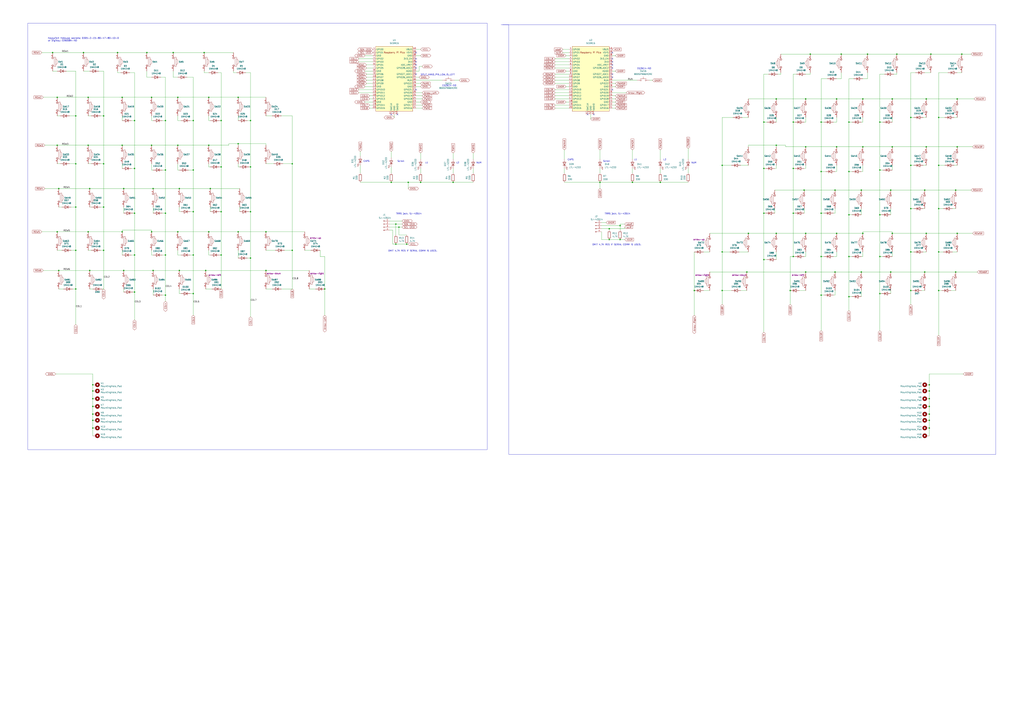
<source format=kicad_sch>
(kicad_sch (version 20230121) (generator eeschema)
  (paper "A1")
  (junction (at 763.27 351.79))
  (junction (at 712.47 44.45))
  (junction (at 697.23 243.84))
  (junction (at 135.89 242.57))
  (junction (at 195.58 80.01))
  (junction (at 125.73 154.94))
  (junction (at 637.54 191.77))
  (junction (at 110.49 209.55))
  (junction (at 637.54 81.28))
  (junction (at 627.38 100.33))
  (junction (at 613.41 223.52))
  (junction (at 722.63 210.82))
  (junction (at 770.89 207.01))
  (junction (at 124.46 80.01))
  (junction (at 732.79 191.77))
  (junction (at 68.58 43.18))
  (junction (at 722.63 176.53))
  (junction (at 760.73 120.65))
  (junction (at 570.23 238.76))
  (junction (at 73.66 222.25))
  (junction (at 748.03 207.01))
  (junction (at 661.67 223.52))
  (junction (at 651.51 210.82))
  (junction (at 674.37 210.82))
  (junction (at 48.26 222.25))
  (junction (at 784.86 223.52))
  (junction (at 770.89 238.76))
  (junction (at 110.49 138.43))
  (junction (at 85.09 170.18))
  (junction (at 158.75 99.06))
  (junction (at 62.23 205.74))
  (junction (at 158.75 241.3))
  (junction (at 181.61 99.06))
  (junction (at 76.2 345.44))
  (junction (at 135.89 175.26))
  (junction (at 593.09 238.76))
  (junction (at 205.74 99.06))
  (junction (at 763.27 345.44))
  (junction (at 722.63 139.7))
  (junction (at 789.94 44.45))
  (junction (at 674.37 140.97))
  (junction (at 760.73 81.28))
  (junction (at 135.89 99.06))
  (junction (at 100.33 119.38))
  (junction (at 72.39 80.01))
  (junction (at 748.03 171.45))
  (junction (at 205.74 137.16))
  (junction (at 101.6 222.25))
  (junction (at 736.6 44.45))
  (junction (at 661.67 120.65))
  (junction (at 142.24 43.18))
  (junction (at 687.07 120.65))
  (junction (at 110.49 175.26))
  (junction (at 593.09 135.89))
  (junction (at 763.27 321.31))
  (junction (at 120.65 43.18))
  (junction (at 345.44 149.86))
  (junction (at 786.13 191.77))
  (junction (at 784.86 156.21))
  (junction (at 171.45 80.01))
  (junction (at 674.37 100.33))
  (junction (at 697.23 140.97))
  (junction (at 627.38 175.26))
  (junction (at 76.2 321.31))
  (junction (at 146.05 80.01))
  (junction (at 519.43 149.86))
  (junction (at 218.44 222.25))
  (junction (at 147.32 154.94))
  (junction (at 85.09 205.74))
  (junction (at 158.75 209.55))
  (junction (at 748.03 135.89))
  (junction (at 62.23 95.25))
  (junction (at 722.63 241.3))
  (junction (at 759.46 223.52))
  (junction (at 110.49 240.03))
  (junction (at 46.99 190.5))
  (junction (at 158.75 173.99))
  (junction (at 147.32 222.25))
  (junction (at 786.13 120.65))
  (junction (at 492.76 149.86))
  (junction (at 62.23 134.62))
  (junction (at 110.49 99.06))
  (junction (at 674.37 175.26))
  (junction (at 708.66 120.65))
  (junction (at 660.4 156.21))
  (junction (at 101.6 154.94))
  (junction (at 372.11 149.86))
  (junction (at 240.03 134.62))
  (junction (at 146.05 119.38))
  (junction (at 748.03 96.52))
  (junction (at 76.2 316.23))
  (junction (at 240.03 205.74))
  (junction (at 697.23 210.82))
  (junction (at 325.12 184.15))
  (junction (at 687.07 191.77))
  (junction (at 73.66 154.94))
  (junction (at 763.27 327.66))
  (junction (at 76.2 351.79))
  (junction (at 651.51 175.26))
  (junction (at 627.38 138.43))
  (junction (at 763.27 316.23))
  (junction (at 731.52 223.52))
  (junction (at 722.63 100.33))
  (junction (at 124.46 190.5))
  (junction (at 637.54 119.38))
  (junction (at 732.79 81.28))
  (junction (at 763.27 334.01))
  (junction (at 707.39 223.52))
  (junction (at 181.61 209.55))
  (junction (at 171.45 119.38))
  (junction (at 661.67 81.28))
  (junction (at 158.75 139.7))
  (junction (at 72.39 190.5))
  (junction (at 665.48 44.45))
  (junction (at 732.79 120.65))
  (junction (at 135.89 209.55))
  (junction (at 195.58 118.11))
  (junction (at 770.89 171.45))
  (junction (at 697.23 100.33))
  (junction (at 661.67 191.77))
  (junction (at 690.88 44.45))
  (junction (at 614.68 191.77))
  (junction (at 731.52 156.21))
  (junction (at 124.46 119.38))
  (junction (at 96.52 43.18))
  (junction (at 181.61 137.16))
  (junction (at 685.8 156.21))
  (junction (at 334.01 200.66))
  (junction (at 542.29 149.86))
  (junction (at 786.13 81.28))
  (junction (at 266.7 237.49))
  (junction (at 509.27 196.85))
  (junction (at 205.74 173.99))
  (junction (at 674.37 242.57))
  (junction (at 770.89 135.89))
  (junction (at 593.09 207.01))
  (junction (at 697.23 176.53))
  (junction (at 325.12 200.66))
  (junction (at 327.66 186.69))
  (junction (at 100.33 80.01))
  (junction (at 167.64 43.18))
  (junction (at 76.2 334.01))
  (junction (at 43.18 43.18))
  (junction (at 76.2 327.66))
  (junction (at 648.97 238.76))
  (junction (at 627.38 213.36))
  (junction (at 335.28 149.86))
  (junction (at 748.03 238.76))
  (junction (at 205.74 212.09))
  (junction (at 46.99 119.38))
  (junction (at 651.51 100.33))
  (junction (at 500.38 196.85))
  (junction (at 181.61 173.99))
  (junction (at 707.39 156.21))
  (junction (at 500.38 187.96))
  (junction (at 76.2 340.36))
  (junction (at 770.89 96.52))
  (junction (at 321.31 149.86))
  (junction (at 509.27 185.42))
  (junction (at 62.23 170.18))
  (junction (at 759.46 156.21))
  (junction (at 72.39 119.38))
  (junction (at 168.91 222.25))
  (junction (at 85.09 134.62))
  (junction (at 763.27 340.36))
  (junction (at 100.33 190.5))
  (junction (at 687.07 81.28))
  (junction (at 171.45 190.5))
  (junction (at 146.05 190.5))
  (junction (at 125.73 222.25))
  (junction (at 708.66 191.77))
  (junction (at 685.8 223.52))
  (junction (at 218.44 190.5))
  (junction (at 172.72 154.94))
  (junction (at 651.51 138.43))
  (junction (at 85.09 95.25))
  (junction (at 760.73 191.77))
  (junction (at 46.99 80.01))
  (junction (at 195.58 190.5))
  (junction (at 764.54 44.45))
  (junction (at 135.89 139.7))
  (junction (at 48.26 154.94))
  (junction (at 62.23 237.49))
  (junction (at 708.66 81.28))
  (no_connect (at 341.63 60.96))
  (no_connect (at 341.63 48.26))
  (no_connect (at 321.31 93.98))
  (no_connect (at 502.92 48.26))
  (no_connect (at 502.92 53.34))
  (no_connect (at 487.68 93.98))
  (no_connect (at 341.63 73.66))
  (no_connect (at 341.63 55.88))
  (no_connect (at 502.92 43.18))
  (no_connect (at 341.63 43.18))
  (no_connect (at 502.92 60.96))
  (no_connect (at 502.92 50.8))
  (no_connect (at 326.39 93.98))
  (no_connect (at 341.63 50.8))
  (no_connect (at 482.6 93.98))
  (no_connect (at 502.92 73.66))
  (no_connect (at 341.63 53.34))
  (no_connect (at 502.92 63.5))
  (no_connect (at 502.92 55.88))
  (wire (pts (xy 678.18 140.97) (xy 674.37 140.97)))
  (wire (pts (xy 142.24 43.18) (xy 120.65 43.18)))
  (wire (pts (xy 100.33 205.74) (xy 100.33 209.55)))
  (wire (pts (xy 687.07 100.33) (xy 684.53 100.33)))
  (wire (pts (xy 652.78 175.26) (xy 651.51 175.26)))
  (polyline (pts (xy 817.88 20.32) (xy 817.88 373.38)))
  (wire (pts (xy 708.66 207.01) (xy 708.66 210.82)))
  (wire (pts (xy 708.66 120.65) (xy 687.07 120.65)))
  (wire (pts (xy 50.8 170.18) (xy 48.26 170.18)))
  (wire (pts (xy 341.63 83.82) (xy 345.44 83.82)))
  (wire (pts (xy 786.13 81.28) (xy 800.1 81.28)))
  (wire (pts (xy 661.67 210.82) (xy 660.4 210.82)))
  (wire (pts (xy 760.73 81.28) (xy 786.13 81.28)))
  (wire (pts (xy 135.89 242.57) (xy 133.35 242.57)))
  (wire (pts (xy 133.35 99.06) (xy 135.89 99.06)))
  (wire (pts (xy 674.37 242.57) (xy 674.37 210.82)))
  (wire (pts (xy 168.91 222.25) (xy 218.44 222.25)))
  (wire (pts (xy 158.75 209.55) (xy 158.75 173.99)))
  (wire (pts (xy 593.09 238.76) (xy 593.09 250.19)))
  (polyline (pts (xy 400.05 19.05) (xy 400.05 369.57)))
  (wire (pts (xy 492.76 149.86) (xy 492.76 154.94)))
  (wire (pts (xy 463.55 123.19) (xy 463.55 130.81)))
  (wire (pts (xy 750.57 207.01) (xy 748.03 207.01)))
  (wire (pts (xy 697.23 243.84) (xy 699.77 243.84)))
  (wire (pts (xy 195.58 205.74) (xy 195.58 212.09)))
  (wire (pts (xy 648.97 238.76) (xy 648.97 250.19)))
  (wire (pts (xy 156.21 209.55) (xy 158.75 209.55)))
  (wire (pts (xy 648.97 210.82) (xy 651.51 210.82)))
  (wire (pts (xy 463.55 138.43) (xy 463.55 142.24)))
  (wire (pts (xy 455.93 48.26) (xy 467.36 48.26)))
  (wire (pts (xy 110.49 209.55) (xy 110.49 175.26)))
  (wire (pts (xy 50.8 205.74) (xy 46.99 205.74)))
  (wire (pts (xy 372.11 149.86) (xy 388.62 149.86)))
  (wire (pts (xy 85.09 170.18) (xy 85.09 205.74)))
  (wire (pts (xy 609.6 96.52) (xy 614.68 96.52)))
  (wire (pts (xy 223.52 95.25) (xy 218.44 95.25)))
  (wire (pts (xy 455.93 60.96) (xy 467.36 60.96)))
  (wire (pts (xy 641.35 44.45) (xy 665.48 44.45)))
  (wire (pts (xy 345.44 149.86) (xy 372.11 149.86)))
  (wire (pts (xy 120.65 63.5) (xy 120.65 58.42)))
  (wire (pts (xy 110.49 240.03) (xy 110.49 209.55)))
  (wire (pts (xy 76.2 316.23) (xy 76.2 307.34)))
  (wire (pts (xy 110.49 175.26) (xy 110.49 138.43)))
  (wire (pts (xy 158.75 99.06) (xy 158.75 63.5)))
  (wire (pts (xy 759.46 223.52) (xy 731.52 223.52)))
  (wire (pts (xy 748.03 59.69) (xy 748.03 96.52)))
  (wire (pts (xy 345.44 142.24) (xy 345.44 138.43)))
  (wire (pts (xy 784.86 223.52) (xy 802.64 223.52)))
  (wire (pts (xy 770.89 135.89) (xy 770.89 96.52)))
  (wire (pts (xy 637.54 81.28) (xy 661.67 81.28)))
  (wire (pts (xy 732.79 96.52) (xy 732.79 100.33)))
  (wire (pts (xy 146.05 99.06) (xy 148.59 99.06)))
  (wire (pts (xy 74.93 170.18) (xy 73.66 170.18)))
  (wire (pts (xy 748.03 207.01) (xy 748.03 238.76)))
  (wire (pts (xy 218.44 222.25) (xy 254 222.25)))
  (wire (pts (xy 463.55 149.86) (xy 492.76 149.86)))
  (wire (pts (xy 494.03 187.96) (xy 500.38 187.96)))
  (wire (pts (xy 577.85 238.76) (xy 582.93 238.76)))
  (wire (pts (xy 494.03 185.42) (xy 509.27 185.42)))
  (wire (pts (xy 661.67 191.77) (xy 637.54 191.77)))
  (polyline (pts (xy 417.83 373.38) (xy 417.83 20.32)))
  (wire (pts (xy 133.35 209.55) (xy 135.89 209.55)))
  (wire (pts (xy 240.03 134.62) (xy 240.03 205.74)))
  (wire (pts (xy 773.43 238.76) (xy 770.89 238.76)))
  (wire (pts (xy 125.73 99.06) (xy 124.46 99.06)))
  (wire (pts (xy 125.73 170.18) (xy 125.73 175.26)))
  (wire (pts (xy 322.58 200.66) (xy 325.12 200.66)))
  (wire (pts (xy 502.92 71.12) (xy 505.46 71.12)))
  (wire (pts (xy 83.82 237.49) (xy 85.09 237.49)))
  (wire (pts (xy 758.19 171.45) (xy 759.46 171.45)))
  (wire (pts (xy 628.65 138.43) (xy 627.38 138.43)))
  (wire (pts (xy 760.73 207.01) (xy 758.19 207.01)))
  (wire (pts (xy 72.39 190.5) (xy 100.33 190.5)))
  (wire (pts (xy 85.09 205.74) (xy 85.09 237.49)))
  (wire (pts (xy 171.45 59.69) (xy 167.64 59.69)))
  (wire (pts (xy 59.69 237.49) (xy 62.23 237.49)))
  (wire (pts (xy 708.66 190.5) (xy 708.66 191.77)))
  (wire (pts (xy 665.48 60.96) (xy 665.48 59.69)))
  (wire (pts (xy 58.42 170.18) (xy 62.23 170.18)))
  (wire (pts (xy 76.2 345.44) (xy 76.2 340.36)))
  (wire (pts (xy 76.2 334.01) (xy 76.2 327.66)))
  (wire (pts (xy 191.77 43.18) (xy 167.64 43.18)))
  (wire (pts (xy 687.07 140.97) (xy 687.07 135.89)))
  (wire (pts (xy 54.61 58.42) (xy 62.23 58.42)))
  (wire (pts (xy 146.05 119.38) (xy 171.45 119.38)))
  (wire (pts (xy 194.31 59.69) (xy 191.77 59.69)))
  (wire (pts (xy 712.47 64.77) (xy 712.47 59.69)))
  (wire (pts (xy 732.79 190.5) (xy 708.66 190.5)))
  (wire (pts (xy 784.86 238.76) (xy 781.05 238.76)))
  (wire (pts (xy 455.93 68.58) (xy 467.36 68.58)))
  (wire (pts (xy 124.46 63.5) (xy 120.65 63.5)))
  (wire (pts (xy 726.44 60.96) (xy 722.63 60.96)))
  (wire (pts (xy 782.32 171.45) (xy 784.86 171.45)))
  (wire (pts (xy 100.33 95.25) (xy 100.33 99.06)))
  (wire (pts (xy 652.78 210.82) (xy 651.51 210.82)))
  (wire (pts (xy 133.35 139.7) (xy 135.89 139.7)))
  (wire (pts (xy 125.73 242.57) (xy 125.73 237.49)))
  (wire (pts (xy 306.07 86.36) (xy 303.53 86.36)))
  (wire (pts (xy 660.4 156.21) (xy 685.8 156.21)))
  (wire (pts (xy 146.05 190.5) (xy 171.45 190.5)))
  (wire (pts (xy 467.36 71.12) (xy 464.82 71.12)))
  (wire (pts (xy 637.54 191.77) (xy 614.68 191.77)))
  (wire (pts (xy 203.2 212.09) (xy 205.74 212.09)))
  (wire (pts (xy 467.36 83.82) (xy 464.82 83.82)))
  (wire (pts (xy 467.36 88.9) (xy 455.93 88.9)))
  (wire (pts (xy 502.92 76.2) (xy 514.35 76.2)))
  (wire (pts (xy 783.59 96.52) (xy 786.13 96.52)))
  (wire (pts (xy 101.6 170.18) (xy 101.6 175.26)))
  (wire (pts (xy 295.91 149.86) (xy 321.31 149.86)))
  (wire (pts (xy 631.19 60.96) (xy 627.38 60.96)))
  (wire (pts (xy 147.32 241.3) (xy 148.59 241.3)))
  (wire (pts (xy 697.23 243.84) (xy 697.23 255.27)))
  (wire (pts (xy 96.52 59.69) (xy 99.06 59.69)))
  (wire (pts (xy 697.23 64.77) (xy 697.23 100.33)))
  (wire (pts (xy 109.22 175.26) (xy 110.49 175.26)))
  (wire (pts (xy 502.92 45.72) (xy 505.46 45.72)))
  (wire (pts (xy 148.59 209.55) (xy 146.05 209.55)))
  (wire (pts (xy 756.92 238.76) (xy 759.46 238.76)))
  (wire (pts (xy 628.65 175.26) (xy 627.38 175.26)))
  (wire (pts (xy 651.51 175.26) (xy 651.51 210.82)))
  (wire (pts (xy 107.95 99.06) (xy 110.49 99.06)))
  (wire (pts (xy 300.99 63.5) (xy 306.07 63.5)))
  (wire (pts (xy 49.53 95.25) (xy 46.99 95.25)))
  (wire (pts (xy 502.92 78.74) (xy 505.46 78.74)))
  (wire (pts (xy 502.92 86.36) (xy 505.46 86.36)))
  (wire (pts (xy 34.29 190.5) (xy 46.99 190.5)))
  (wire (pts (xy 124.46 119.38) (xy 146.05 119.38)))
  (wire (pts (xy 334.01 200.66) (xy 335.28 200.66)))
  (wire (pts (xy 124.46 99.06) (xy 124.46 95.25)))
  (wire (pts (xy 101.6 154.94) (xy 73.66 154.94)))
  (wire (pts (xy 133.35 175.26) (xy 135.89 175.26)))
  (wire (pts (xy 100.33 189.23) (xy 124.46 189.23)))
  (wire (pts (xy 96.52 58.42) (xy 96.52 59.69)))
  (wire (pts (xy 203.2 99.06) (xy 205.74 99.06)))
  (wire (pts (xy 690.88 59.69) (xy 690.88 64.77)))
  (wire (pts (xy 652.78 138.43) (xy 651.51 138.43)))
  (wire (pts (xy 100.33 80.01) (xy 72.39 80.01)))
  (wire (pts (xy 707.39 100.33) (xy 708.66 100.33)))
  (wire (pts (xy 172.72 170.18) (xy 172.72 173.99)))
  (wire (pts (xy 344.17 58.42) (xy 341.63 58.42)))
  (wire (pts (xy 736.6 60.96) (xy 734.06 60.96)))
  (wire (pts (xy 146.05 139.7) (xy 146.05 134.62)))
  (wire (pts (xy 334.01 193.04) (xy 327.66 193.04)))
  (wire (pts (xy 232.41 134.62) (xy 240.03 134.62)))
  (wire (pts (xy 731.52 156.21) (xy 759.46 156.21)))
  (wire (pts (xy 142.24 58.42) (xy 142.24 63.5)))
  (wire (pts (xy 763.27 316.23) (xy 763.27 307.34)))
  (wire (pts (xy 299.72 58.42) (xy 306.07 58.42)))
  (wire (pts (xy 100.33 190.5) (xy 100.33 189.23)))
  (wire (pts (xy 736.6 59.69) (xy 736.6 60.96)))
  (wire (pts (xy 135.89 99.06) (xy 135.89 139.7)))
  (wire (pts (xy 708.66 191.77) (xy 687.07 191.77)))
  (wire (pts (xy 509.27 184.15) (xy 513.08 184.15)))
  (wire (pts (xy 674.37 175.26) (xy 674.37 140.97)))
  (wire (pts (xy 722.63 176.53) (xy 722.63 139.7)))
  (wire (pts (xy 500.38 196.85) (xy 509.27 196.85)))
  (wire (pts (xy 181.61 99.06) (xy 181.61 137.16)))
  (wire (pts (xy 492.76 138.43) (xy 492.76 142.24)))
  (wire (pts (xy 240.03 205.74) (xy 240.03 237.49)))
  (wire (pts (xy 770.89 238.76) (xy 770.89 207.01)))
  (polyline (pts (xy 400.05 369.57) (xy 22.86 369.57)))
  (wire (pts (xy 513.08 186.69) (xy 513.08 187.96)))
  (wire (pts (xy 770.89 238.76) (xy 770.89 275.59)))
  (wire (pts (xy 179.07 59.69) (xy 181.61 59.69)))
  (wire (pts (xy 690.88 64.77) (xy 687.07 64.77)))
  (wire (pts (xy 74.93 95.25) (xy 72.39 95.25)))
  (wire (pts (xy 455.93 78.74) (xy 467.36 78.74)))
  (wire (pts (xy 300.99 68.58) (xy 306.07 68.58)))
  (wire (pts (xy 763.27 334.01) (xy 763.27 327.66)))
  (wire (pts (xy 760.73 191.77) (xy 732.79 191.77)))
  (polyline (pts (xy 817.88 373.38) (xy 417.83 373.38)))
  (wire (pts (xy 637.54 119.38) (xy 637.54 120.65)))
  (wire (pts (xy 76.2 351.79) (xy 76.2 345.44)))
  (wire (pts (xy 674.37 242.57) (xy 674.37 271.78)))
  (wire (pts (xy 240.03 95.25) (xy 240.03 134.62)))
  (wire (pts (xy 699.77 140.97) (xy 697.23 140.97)))
  (wire (pts (xy 462.28 43.18) (xy 467.36 43.18)))
  (wire (pts (xy 494.03 190.5) (xy 494.03 196.85)))
  (wire (pts (xy 732.79 81.28) (xy 760.73 81.28)))
  (wire (pts (xy 707.39 223.52) (xy 685.8 223.52)))
  (wire (pts (xy 629.92 213.36) (xy 627.38 213.36)))
  (wire (pts (xy 708.66 81.28) (xy 732.79 81.28)))
  (wire (pts (xy 135.89 139.7) (xy 135.89 175.26)))
  (wire (pts (xy 226.06 205.74) (xy 218.44 205.74)))
  (wire (pts (xy 502.92 66.04) (xy 523.24 66.04)))
  (wire (pts (xy 109.22 240.03) (xy 110.49 240.03)))
  (wire (pts (xy 629.92 100.33) (xy 627.38 100.33)))
  (wire (pts (xy 708.66 140.97) (xy 707.39 140.97)))
  (wire (pts (xy 57.15 95.25) (xy 62.23 95.25)))
  (wire (pts (xy 542.29 138.43) (xy 542.29 142.24)))
  (wire (pts (xy 763.27 327.66) (xy 763.27 321.31)))
  (wire (pts (xy 723.9 176.53) (xy 722.63 176.53)))
  (wire (pts (xy 306.07 81.28) (xy 303.53 81.28)))
  (wire (pts (xy 218.44 190.5) (xy 250.19 190.5)))
  (wire (pts (xy 660.4 171.45) (xy 660.4 175.26)))
  (wire (pts (xy 195.58 118.11) (xy 218.44 118.11)))
  (wire (pts (xy 722.63 100.33) (xy 722.63 60.96)))
  (wire (pts (xy 156.21 99.06) (xy 158.75 99.06)))
  (wire (pts (xy 701.04 64.77) (xy 697.23 64.77)))
  (wire (pts (xy 46.99 58.42) (xy 43.18 58.42)))
  (wire (pts (xy 335.28 149.86) (xy 335.28 154.94)))
  (wire (pts (xy 167.64 59.69) (xy 167.64 58.42)))
  (wire (pts (xy 158.75 173.99) (xy 158.75 139.7)))
  (wire (pts (xy 171.45 99.06) (xy 171.45 95.25)))
  (wire (pts (xy 153.67 63.5) (xy 158.75 63.5)))
  (wire (pts (xy 500.38 187.96) (xy 500.38 189.23)))
  (wire (pts (xy 636.27 156.21) (xy 660.4 156.21)))
  (wire (pts (xy 775.97 135.89) (xy 770.89 135.89)))
  (wire (pts (xy 321.31 149.86) (xy 335.28 149.86)))
  (wire (pts (xy 608.33 238.76) (xy 613.41 238.76)))
  (wire (pts (xy 782.32 207.01) (xy 786.13 207.01)))
  (wire (pts (xy 294.64 73.66) (xy 306.07 73.66)))
  (wire (pts (xy 107.95 138.43) (xy 110.49 138.43)))
  (wire (pts (xy 100.33 134.62) (xy 100.33 138.43)))
  (wire (pts (xy 147.32 154.94) (xy 125.73 154.94)))
  (wire (pts (xy 665.48 44.45) (xy 690.88 44.45)))
  (wire (pts (xy 651.51 60.96) (xy 651.51 100.33)))
  (wire (pts (xy 509.27 189.23) (xy 509.27 185.42)))
  (wire (pts (xy 172.72 99.06) (xy 171.45 99.06)))
  (wire (pts (xy 306.07 88.9) (xy 303.53 88.9)))
  (wire (pts (xy 262.89 210.82) (xy 262.89 205.74)))
  (wire (pts (xy 43.18 43.18) (xy 68.58 43.18)))
  (wire (pts (xy 107.95 209.55) (xy 110.49 209.55)))
  (wire (pts (xy 341.63 40.64) (xy 345.44 40.64)))
  (wire (pts (xy 320.04 186.69) (xy 327.66 186.69)))
  (wire (pts (xy 135.89 63.5) (xy 135.89 99.06)))
  (wire (pts (xy 196.85 170.18) (xy 196.85 173.99)))
  (wire (pts (xy 654.05 60.96) (xy 651.51 60.96)))
  (wire (pts (xy 46.99 119.38) (xy 36.83 119.38)))
  (wire (pts (xy 758.19 96.52) (xy 760.73 96.52)))
  (wire (pts (xy 341.63 76.2) (xy 346.71 76.2)))
  (wire (pts (xy 467.36 58.42) (xy 464.82 58.42)))
  (polyline (pts (xy 22.86 19.05) (xy 22.86 369.57)))
  (wire (pts (xy 565.15 121.92) (xy 565.15 130.81)))
  (wire (pts (xy 731.52 171.45) (xy 731.52 176.53)))
  (wire (pts (xy 106.68 59.69) (xy 110.49 59.69)))
  (wire (pts (xy 627.38 100.33) (xy 627.38 60.96)))
  (wire (pts (xy 661.67 60.96) (xy 665.48 60.96)))
  (wire (pts (xy 82.55 95.25) (xy 85.09 95.25)))
  (wire (pts (xy 614.68 119.38) (xy 614.68 120.65)))
  (wire (pts (xy 124.46 209.55) (xy 125.73 209.55)))
  (wire (pts (xy 195.58 118.11) (xy 195.58 119.38)))
  (wire (pts (xy 346.71 81.28) (xy 341.63 81.28)))
  (wire (pts (xy 300.99 66.04) (xy 306.07 66.04)))
  (wire (pts (xy 146.05 95.25) (xy 146.05 99.06)))
  (wire (pts (xy 656.59 238.76) (xy 661.67 238.76)))
  (wire (pts (xy 74.93 134.62) (xy 72.39 134.62)))
  (wire (pts (xy 158.75 259.08) (xy 158.75 241.3)))
  (wire (pts (xy 171.45 119.38) (xy 187.96 119.38)))
  (wire (pts (xy 607.06 207.01) (xy 614.68 207.01)))
  (wire (pts (xy 685.8 242.57) (xy 684.53 242.57)))
  (wire (pts (xy 195.58 95.25) (xy 195.58 99.06)))
  (wire (pts (xy 299.72 45.72) (xy 306.07 45.72)))
  (wire (pts (xy 388.62 142.24) (xy 388.62 138.43)))
  (wire (pts (xy 76.2 321.31) (xy 76.2 316.23)))
  (wire (pts (xy 608.33 135.89) (xy 614.68 135.89)))
  (wire (pts (xy 46.99 119.38) (xy 72.39 119.38)))
  (wire (pts (xy 722.63 139.7) (xy 722.63 100.33)))
  (wire (pts (xy 344.17 54.61) (xy 344.17 58.42)))
  (wire (pts (xy 763.27 321.31) (xy 763.27 316.23)))
  (wire (pts (xy 266.7 210.82) (xy 266.7 237.49)))
  (wire (pts (xy 775.97 96.52) (xy 770.89 96.52)))
  (wire (pts (xy 327.66 186.69) (xy 330.2 186.69)))
  (wire (pts (xy 455.93 73.66) (xy 467.36 73.66)))
  (wire (pts (xy 320.04 184.15) (xy 325.12 184.15)))
  (wire (pts (xy 223.52 237.49) (xy 218.44 237.49)))
  (wire (pts (xy 187.96 118.11) (xy 195.58 118.11)))
  (wire (pts (xy 627.38 213.36) (xy 627.38 273.05)))
  (wire (pts (xy 135.89 247.65) (xy 135.89 242.57)))
  (wire (pts (xy 750.57 135.89) (xy 748.03 135.89)))
  (wire (pts (xy 205.74 137.16) (xy 205.74 99.06)))
  (wire (pts (xy 770.89 96.52) (xy 770.89 59.69)))
  (wire (pts (xy 81.28 58.42) (xy 85.09 58.42)))
  (wire (pts (xy 100.33 119.38) (xy 124.46 119.38)))
  (wire (pts (xy 674.37 100.33) (xy 674.37 64.77)))
  (wire (pts (xy 786.13 59.69) (xy 789.94 59.69)))
  (wire (pts (xy 731.52 238.76) (xy 731.52 241.3)))
  (wire (pts (xy 181.61 59.69) (xy 181.61 99.06)))
  (wire (pts (xy 205.74 173.99) (xy 205.74 137.16)))
  (wire (pts (xy 791.21 307.34) (xy 763.27 307.34)))
  (wire (pts (xy 485.14 93.98) (xy 485.14 97.79)))
  (wire (pts (xy 687.07 120.65) (xy 661.67 120.65)))
  (wire (pts (xy 346.71 86.36) (xy 341.63 86.36)))
  (wire (pts (xy 180.34 173.99) (xy 181.61 173.99)))
  (wire (pts (xy 294.64 50.8) (xy 306.07 50.8)))
  (wire (pts (xy 295.91 128.27) (xy 295.91 124.46)))
  (wire (pts (xy 502.92 81.28) (xy 505.46 81.28)))
  (wire (pts (xy 48.26 222.25) (xy 73.66 222.25)))
  (wire (pts (xy 345.44 45.72) (xy 341.63 45.72)))
  (wire (pts (xy 341.63 78.74) (xy 346.71 78.74)))
  (wire (pts (xy 763.27 358.14) (xy 763.27 351.79)))
  (wire (pts (xy 570.23 207.01) (xy 570.23 238.76)))
  (wire (pts (xy 732.79 191.77) (xy 732.79 190.5)))
  (wire (pts (xy 637.54 96.52) (xy 637.54 100.33)))
  (wire (pts (xy 759.46 59.69) (xy 764.54 59.69)))
  (wire (pts (xy 172.72 154.94) (xy 147.32 154.94)))
  (wire (pts (xy 171.45 190.5) (xy 195.58 190.5)))
  (wire (pts (xy 171.45 205.74) (xy 171.45 209.55)))
  (wire (pts (xy 685.8 175.26) (xy 684.53 175.26)))
  (wire (pts (xy 637.54 207.01) (xy 637.54 213.36)))
  (wire (pts (xy 708.66 64.77) (xy 712.47 64.77)))
  (wire (pts (xy 467.36 76.2) (xy 455.93 76.2)))
  (wire (pts (xy 195.58 80.01) (xy 171.45 80.01)))
  (wire (pts (xy 135.89 209.55) (xy 135.89 242.57)))
  (wire (pts (xy 231.14 237.49) (xy 240.03 237.49)))
  (wire (pts (xy 748.03 171.45) (xy 748.03 207.01)))
  (wire (pts (xy 467.36 45.72) (xy 464.82 45.72)))
  (wire (pts (xy 685.8 238.76) (xy 685.8 242.57)))
  (wire (pts (xy 204.47 137.16) (xy 205.74 137.16)))
  (wire (pts (xy 750.57 96.52) (xy 748.03 96.52)))
  (wire (pts (xy 124.46 205.74) (xy 124.46 209.55)))
  (wire (pts (xy 110.49 262.89) (xy 110.49 240.03)))
  (wire (pts (xy 462.28 40.64) (xy 467.36 40.64)))
  (wire (pts (xy 320.04 189.23) (xy 322.58 189.23)))
  (wire (pts (xy 325.12 184.15) (xy 325.12 193.04)))
  (wire (pts (xy 542.29 123.19) (xy 542.29 130.81)))
  (wire (pts (xy 707.39 156.21) (xy 731.52 156.21)))
  (wire (pts (xy 57.15 134.62) (xy 62.23 134.62)))
  (wire (pts (xy 760.73 120.65) (xy 732.79 120.65)))
  (wire (pts (xy 687.07 96.52) (xy 687.07 100.33)))
  (wire (pts (xy 341.63 63.5) (xy 344.17 63.5)))
  (wire (pts (xy 651.51 100.33) (xy 651.51 138.43)))
  (wire (pts (xy 467.36 53.34) (xy 455.93 53.34)))
  (wire (pts (xy 294.64 76.2) (xy 306.07 76.2)))
  (wire (pts (xy 146.05 80.01) (xy 124.46 80.01)))
  (wire (pts (xy 205.74 260.35) (xy 205.74 212.09)))
  (wire (pts (xy 124.46 80.01) (xy 100.33 80.01)))
  (wire (pts (xy 58.42 205.74) (xy 62.23 205.74)))
  (wire (pts (xy 73.66 58.42) (xy 68.58 58.42)))
  (wire (pts (xy 708.66 135.89) (xy 708.66 140.97)))
  (wire (pts (xy 377.19 66.04) (xy 373.38 66.04)))
  (wire (pts (xy 205.74 212.09) (xy 205.74 173.99)))
  (wire (pts (xy 62.23 237.49) (xy 62.23 205.74)))
  (wire (pts (xy 195.58 190.5) (xy 218.44 190.5)))
  (wire (pts (xy 262.89 210.82) (xy 266.7 210.82)))
  (wire (pts (xy 125.73 222.25) (xy 147.32 222.25)))
  (wire (pts (xy 147.32 170.18) (xy 147.32 173.99)))
  (wire (pts (xy 519.43 123.19) (xy 519.43 130.81)))
  (wire (pts (xy 388.62 130.81) (xy 388.62 125.73)))
  (wire (pts (xy 72.39 205.74) (xy 74.93 205.74)))
  (wire (pts (xy 674.37 140.97) (xy 674.37 100.33)))
  (wire (pts (xy 345.44 149.86) (xy 335.28 149.86)))
  (wire (pts (xy 82.55 134.62) (xy 85.09 134.62)))
  (wire (pts (xy 62.23 170.18) (xy 62.23 134.62)))
  (wire (pts (xy 306.07 48.26) (xy 294.64 48.26)))
  (wire (pts (xy 168.91 222.25) (xy 147.32 222.25)))
  (wire (pts (xy 146.05 209.55) (xy 146.05 205.74)))
  (wire (pts (xy 676.91 210.82) (xy 674.37 210.82)))
  (wire (pts (xy 323.85 93.98) (xy 323.85 96.52)))
  (wire (pts (xy 147.32 173.99) (xy 148.59 173.99)))
  (wire (pts (xy 101.6 237.49) (xy 101.6 240.03)))
  (wire (pts (xy 48.26 154.94) (xy 36.83 154.94)))
  (wire (pts (xy 171.45 137.16) (xy 171.45 134.62)))
  (wire (pts (xy 48.26 222.25) (xy 35.56 222.25)))
  (wire (pts (xy 758.19 135.89) (xy 760.73 135.89)))
  (wire (pts (xy 325.12 200.66) (xy 334.01 200.66)))
  (wire (pts (xy 172.72 137.16) (xy 171.45 137.16)))
  (wire (pts (xy 299.72 83.82) (xy 306.07 83.82)))
  (wire (pts (xy 661.67 138.43) (xy 661.67 135.89)))
  (wire (pts (xy 341.63 68.58) (xy 345.44 68.58)))
  (wire (pts (xy 684.53 210.82) (xy 687.07 210.82)))
  (wire (pts (xy 648.97 210.82) (xy 648.97 238.76)))
  (wire (pts (xy 295.91 142.24) (xy 295.91 135.89)))
  (wire (pts (xy 196.85 137.16) (xy 195.58 137.16)))
  (wire (pts (xy 156.21 173.99) (xy 158.75 173.99)))
  (wire (pts (xy 770.89 207.01) (xy 770.89 171.45)))
  (wire (pts (xy 712.47 44.45) (xy 736.6 44.45)))
  (wire (pts (xy 173.99 237.49) (xy 168.91 237.49)))
  (wire (pts (xy 763.27 334.01) (xy 763.27 340.36)))
  (wire (pts (xy 167.64 43.18) (xy 142.24 43.18)))
  (wire (pts (xy 509.27 185.42) (xy 509.27 184.15)))
  (wire (pts (xy 638.81 60.96) (xy 641.35 60.96)))
  (wire (pts (xy 764.54 44.45) (xy 736.6 44.45)))
  (wire (pts (xy 147.32 139.7) (xy 146.05 139.7)))
  (wire (pts (xy 687.07 81.28) (xy 708.66 81.28)))
  (wire (pts (xy 707.39 171.45) (xy 707.39 176.53)))
  (wire (pts (xy 467.36 81.28) (xy 455.93 81.28)))
  (wire (pts (xy 110.49 99.06) (xy 110.49 59.69)))
  (wire (pts (xy 509.27 196.85) (xy 513.08 196.85)))
  (wire (pts (xy 85.09 134.62) (xy 85.09 170.18)))
  (wire (pts (xy 500.38 187.96) (xy 513.08 187.96)))
  (wire (pts (xy 661.67 81.28) (xy 687.07 81.28)))
  (wire (pts (xy 124.46 134.62) (xy 124.46 139.7)))
  (wire (pts (xy 76.2 358.14) (xy 76.2 351.79)))
  (wire (pts (xy 255.27 205.74) (xy 250.19 205.74)))
  (wire (pts (xy 759.46 156.21) (xy 784.86 156.21)))
  (wire (pts (xy 300.99 60.96) (xy 306.07 60.96)))
  (wire (pts (xy 725.17 139.7) (xy 722.63 139.7)))
  (wire (pts (xy 593.09 135.89) (xy 593.09 207.01)))
  (wire (pts (xy 171.45 209.55) (xy 172.72 209.55)))
  (wire (pts (xy 76.2 334.01) (xy 76.2 340.36)))
  (wire (pts (xy 62.23 95.25) (xy 62.23 58.42)))
  (wire (pts (xy 321.31 137.16) (xy 321.31 142.24)))
  (wire (pts (xy 599.44 207.01) (xy 593.09 207.01)))
  (wire (pts (xy 467.36 66.04) (xy 455.93 66.04)))
  (wire (pts (xy 341.63 66.04) (xy 363.22 66.04)))
  (wire (pts (xy 697.23 100.33) (xy 697.23 140.97)))
  (wire (pts (xy 699.77 176.53) (xy 697.23 176.53)))
  (wire (pts (xy 676.91 100.33) (xy 674.37 100.33)))
  (wire (pts (xy 73.66 154.94) (xy 48.26 154.94)))
  (wire (pts (xy 637.54 138.43) (xy 637.54 135.89)))
  (wire (pts (xy 570.23 238.76) (xy 570.23 259.08)))
  (wire (pts (xy 147.32 237.49) (xy 147.32 241.3)))
  (wire (pts (xy 125.73 154.94) (xy 101.6 154.94)))
  (wire (pts (xy 49.53 134.62) (xy 46.99 134.62)))
  (wire (pts (xy 519.43 138.43) (xy 519.43 142.24)))
  (wire (pts (xy 372.11 130.81) (xy 372.11 125.73)))
  (wire (pts (xy 322.58 189.23) (xy 322.58 200.66)))
  (wire (pts (xy 82.55 205.74) (xy 85.09 205.74)))
  (wire (pts (xy 565.15 142.24) (xy 565.15 138.43)))
  (wire (pts (xy 732.79 120.65) (xy 708.66 120.65)))
  (wire (pts (xy 45.72 307.34) (xy 76.2 307.34)))
  (wire (pts (xy 774.7 207.01) (xy 770.89 207.01)))
  (wire (pts (xy 201.93 59.69) (xy 205.74 59.69)))
  (wire (pts (xy 685.8 156.21) (xy 707.39 156.21)))
  (wire (pts (xy 306.07 55.88) (xy 300.99 55.88)))
  (wire (pts (xy 180.34 137.16) (xy 181.61 137.16)))
  (wire (pts (xy 306.07 78.74) (xy 303.53 78.74)))
  (wire (pts (xy 679.45 64.77) (xy 674.37 64.77)))
  (wire (pts (xy 699.77 100.33) (xy 697.23 100.33)))
  (wire (pts (xy 749.3 238.76) (xy 748.03 238.76)))
  (wire (pts (xy 180.34 209.55) (xy 181.61 209.55)))
  (wire (pts (xy 645.16 119.38) (xy 637.54 119.38)))
  (wire (pts (xy 748.03 135.89) (xy 748.03 171.45)))
  (wire (pts (xy 492.76 149.86) (xy 519.43 149.86)))
  (wire (pts (xy 494.03 196.85) (xy 500.38 196.85)))
  (wire (pts (xy 593.09 238.76) (xy 593.09 207.01)))
  (wire (pts (xy 181.61 209.55) (xy 181.61 237.49)))
  (wire (pts (xy 732.79 135.89) (xy 732.79 139.7)))
  (wire (pts (xy 502.92 68.58) (xy 505.46 68.58)))
  (wire (pts (xy 180.34 99.06) (xy 181.61 99.06)))
  (wire (pts (xy 685.8 140.97) (xy 687.07 140.97)))
  (wire (pts (xy 158.75 241.3) (xy 158.75 209.55)))
  (wire (pts (xy 636.27 138.43) (xy 637.54 138.43)))
  (wire (pts (xy 156.21 241.3) (xy 158.75 241.3)))
  (wire (pts (xy 72.39 80.01) (xy 46.99 80.01)))
  (wire (pts (xy 627.38 138.43) (xy 627.38 100.33)))
  (wire (pts (xy 72.39 119.38) (xy 100.33 119.38)))
  (wire (pts (xy 325.12 184.15) (xy 330.2 184.15)))
  (wire (pts (xy 266.7 237.49) (xy 266.7 259.08)))
  (wire (pts (xy 85.09 58.42) (xy 85.09 95.25)))
  (wire (pts (xy 171.45 80.01) (xy 146.05 80.01)))
  (wire (pts (xy 346.71 54.61) (xy 344.17 54.61)))
  (wire (pts (xy 76.2 237.49) (xy 73.66 237.49)))
  (wire (pts (xy 124.46 139.7) (xy 125.73 139.7)))
  (wire (pts (xy 85.09 95.25) (xy 85.09 134.62)))
  (wire (pts (xy 467.36 63.5) (xy 455.93 63.5)))
  (wire (pts (xy 661.67 120.65) (xy 645.16 120.65)))
  (wire (pts (xy 708.66 100.33) (xy 708.66 96.52)))
  (wire (pts (xy 320.04 181.61) (xy 330.2 181.61)))
  (wire (pts (xy 784.86 156.21) (xy 797.56 156.21)))
  (wire (pts (xy 784.86 223.52) (xy 759.46 223.52)))
  (wire (pts (xy 748.03 238.76) (xy 748.03 250.19)))
  (wire (pts (xy 786.13 120.65) (xy 760.73 120.65)))
  (wire (pts (xy 674.37 210.82) (xy 674.37 175.26)))
  (wire (pts (xy 577.85 207.01) (xy 582.93 207.01)))
  (wire (pts (xy 259.08 237.49) (xy 254 237.49)))
  (wire (pts (xy 697.23 140.97) (xy 697.23 176.53)))
  (wire (pts (xy 205.74 99.06) (xy 205.74 59.69)))
  (wire (pts (xy 786.13 120.65) (xy 798.83 120.65)))
  (wire (pts (xy 101.6 222.25) (xy 125.73 222.25)))
  (wire (pts (xy 299.72 71.12) (xy 306.07 71.12)))
  (wire (pts (xy 142.24 63.5) (xy 146.05 63.5)))
  (wire (pts (xy 731.52 223.52) (xy 707.39 223.52)))
  (wire (pts (xy 770.89 171.45) (xy 770.89 135.89)))
  (wire (pts (xy 181.61 173.99) (xy 181.61 209.55)))
  (polyline (pts (xy 22.86 19.05) (xy 400.05 19.05)))
  (wire (pts (xy 697.23 176.53) (xy 697.23 210.82)))
  (wire (pts (xy 627.38 175.26) (xy 627.38 138.43)))
  (wire (pts (xy 722.63 241.3) (xy 722.63 210.82)))
  (wire (pts (xy 48.26 237.49) (xy 52.07 237.49)))
  (wire (pts (xy 690.88 44.45) (xy 712.47 44.45)))
  (wire (pts (xy 751.84 59.69) (xy 748.03 59.69)))
  (wire (pts (xy 231.14 95.25) (xy 240.03 95.25)))
  (wire (pts (xy 455.93 55.88) (xy 467.36 55.88)))
  (wire (pts (xy 593.09 96.52) (xy 593.09 135.89)))
  (wire (pts (xy 195.58 137.16) (xy 195.58 134.62)))
  (wire (pts (xy 652.78 100.33) (xy 651.51 100.33)))
  (wire (pts (xy 750.57 171.45) (xy 748.03 171.45)))
  (wire (pts (xy 636.27 171.45) (xy 636.27 175.26)))
  (wire (pts (xy 600.71 238.76) (xy 593.09 238.76)))
  (wire (pts (xy 637.54 119.38) (xy 614.68 119.38)))
  (wire (pts (xy 660.4 100.33) (xy 661.67 100.33)))
  (wire (pts (xy 732.79 207.01) (xy 732.79 210.82)))
  (wire (pts (xy 725.17 100.33) (xy 722.63 100.33)))
  (polyline (pts (xy 412.75 20.32) (xy 417.83 20.32)))
  (wire (pts (xy 467.36 50.8) (xy 455.93 50.8)))
  (wire (pts (xy 46.99 80.01) (xy 35.56 80.01)))
  (wire (pts (xy 722.63 241.3) (xy 722.63 271.78)))
  (wire (pts (xy 300.99 53.34) (xy 306.07 53.34)))
  (wire (pts (xy 786.13 191.77) (xy 760.73 191.77)))
  (wire (pts (xy 218.44 118.11) (xy 218.44 119.38)))
  (wire (pts (xy 372.11 142.24) (xy 372.11 138.43)))
  (wire (pts (xy 341.63 71.12) (xy 345.44 71.12)))
  (wire (pts (xy 676.91 242.57) (xy 674.37 242.57)))
  (wire (pts (xy 76.2 327.66) (xy 76.2 321.31)))
  (wire (pts (xy 124.46 190.5) (xy 146.05 190.5)))
  (polyline (pts (xy 411.48 20.32) (xy 817.88 20.32)))
  (wire (pts (xy 614.68 81.28) (xy 637.54 81.28)))
  (wire (pts (xy 62.23 134.62) (xy 62.23 95.25)))
  (wire (pts (xy 218.44 80.01) (xy 195.58 80.01)))
  (wire (pts (xy 132.08 63.5) (xy 135.89 63.5)))
  (wire (pts (xy 124.46 189.23) (xy 124.46 190.5)))
  (wire (pts (xy 455.93 86.36) (xy 467.36 86.36)))
  (wire (pts (xy 519.43 149.86) (xy 542.29 149.86)))
  (wire (pts (xy 582.93 191.77) (xy 614.68 191.77)))
  (wire (pts (xy 789.94 44.45) (xy 764.54 44.45)))
  (wire (pts (xy 502.92 83.82) (xy 505.46 83.82)))
  (wire (pts (xy 687.07 191.77) (xy 661.67 191.77)))
  (wire (pts (xy 600.71 135.89) (xy 593.09 135.89)))
  (wire (pts (xy 196.85 154.94) (xy 172.72 154.94)))
  (wire (pts (xy 707.39 243.84) (xy 707.39 238.76)))
  (wire (pts (xy 641.35 60.96) (xy 641.35 59.69)))
  (wire (pts (xy 82.55 170.18) (xy 85.09 170.18)))
  (wire (pts (xy 627.38 213.36) (xy 627.38 175.26)))
  (wire (pts (xy 43.18 43.18) (xy 34.29 43.18)))
  (wire (pts (xy 676.91 175.26) (xy 674.37 175.26)))
  (wire (pts (xy 774.7 171.45) (xy 770.89 171.45)))
  (wire (pts (xy 748.03 96.52) (xy 748.03 135.89)))
  (wire (pts (xy 497.84 182.88) (xy 494.03 182.88)))
  (wire (pts (xy 502.92 58.42) (xy 505.46 58.42)))
  (wire (pts (xy 708.66 210.82) (xy 707.39 210.82)))
  (wire (pts (xy 722.63 210.82) (xy 722.63 176.53)))
  (wire (pts (xy 783.59 135.89) (xy 786.13 135.89)))
  (wire (pts (xy 46.99 190.5) (xy 72.39 190.5)))
  (wire (pts (xy 135.89 175.26) (xy 135.89 209.55)))
  (wire (pts (xy 778.51 59.69) (xy 770.89 59.69)))
  (wire (pts (xy 204.47 173.99) (xy 205.74 173.99)))
  (wire (pts (xy 725.17 210.82) (xy 722.63 210.82)))
  (wire (pts (xy 763.27 345.44) (xy 763.27 340.36)))
  (wire (pts (xy 697.23 210.82) (xy 697.23 243.84)))
  (wire (pts (xy 763.27 351.79) (xy 763.27 345.44)))
  (wire (pts (xy 798.83 191.77) (xy 786.13 191.77)))
  (wire (pts (xy 661.67 100.33) (xy 661.67 96.52)))
  (wire (pts (xy 661.67 207.01) (xy 661.67 210.82)))
  (wire (pts (xy 68.58 43.18) (xy 96.52 43.18)))
  (wire (pts (xy 645.16 120.65) (xy 645.16 119.38)))
  (wire (pts (xy 110.49 138.43) (xy 110.49 99.06)))
  (wire (pts (xy 191.77 59.69) (xy 191.77 58.42)))
  (wire (pts (xy 660.4 138.43) (xy 661.67 138.43)))
  (wire (pts (xy 158.75 139.7) (xy 158.75 99.06)))
  (wire (pts (xy 62.23 205.74) (xy 62.23 170.18)))
  (wire (pts (xy 613.41 223.52) (xy 661.67 223.52)))
  (wire (pts (xy 502.92 88.9) (xy 505.46 88.9)))
  (wire (pts (xy 73.66 222.25) (xy 101.6 222.25)))
  (wire (pts (xy 327.66 186.69) (xy 327.66 193.04)))
  (wire (pts (xy 687.07 210.82) (xy 687.07 207.01)))
  (wire (pts (xy 492.76 123.19) (xy 492.76 130.81)))
  (wire (pts (xy 613.41 223.52) (xy 582.93 223.52)))
  (wire (pts (xy 233.68 205.74) (xy 240.03 205.74)))
  (wire (pts (xy 321.31 124.46) (xy 321.31 129.54)))
  (wire (pts (xy 685.8 171.45) (xy 685.8 175.26)))
  (wire (pts (xy 224.79 134.62) (xy 218.44 134.62)))
  (wire (pts (xy 62.23 237.49) (xy 62.23 266.7)))
  (wire (pts (xy 661.67 223.52) (xy 685.8 223.52)))
  (wire (pts (xy 601.98 96.52) (xy 593.09 96.52)))
  (wire (pts (xy 345.44 130.81) (xy 345.44 125.73)))
  (wire (pts (xy 341.63 88.9) (xy 346.71 88.9)))
  (wire (pts (xy 181.61 137.16) (xy 181.61 173.99)))
  (wire (pts (xy 533.4 66.04) (xy 535.94 66.04)))
  (wire (pts (xy 723.9 241.3) (xy 722.63 241.3)))
  (wire (pts (xy 154.94 139.7) (xy 158.75 139.7)))
  (wire (pts (xy 542.29 149.86) (xy 565.15 149.86)))
  (wire (pts (xy 651.51 138.43) (xy 651.51 175.26)))
  (wire (pts (xy 120.65 43.18) (xy 96.52 43.18)))
  (wire (pts (xy 187.96 119.38) (xy 187.96 118.11)))
  (wire (pts (xy 789.94 44.45) (xy 797.56 44.45)))
  (wire (pts (xy 699.77 210.82) (xy 697.23 210.82)))
  (text "EG2614-ND" (at 363.22 71.12 0) (effects (font (size 1.27 1.27)) (justify left bottom)))
  (text "Keyswitch Hotswap sockets: 0305-2-15-80-47-80-10-0\nor Digikey: ED90584-ND" (at 39.37 34.29 0) (effects (font (size 1.27 1.27)) (justify left bottom)))
  (text "CAPS" (at 298.45 133.35 0) (effects (font (size 1.27 1.27)) (justify left bottom)))
  (text "Scroll" (at 326.39 133.35 0) (effects (font (size 1.27 1.27)) (justify left bottom)))
  (text "CAPS" (at 466.09 132.08 0) (effects (font (size 1.27 1.27)) (justify left bottom)))
  (text "OMIT 4.7K RES IF SERIAL COMM IS USED." (at 486.41 201.93 0) (effects (font (size 1.27 1.27)) (justify left bottom)))
  (text "L1 \n" (at 520.7 132.08 0) (effects (font (size 1.27 1.27)) (justify left bottom)))
  (text "L2" (at 374.65 134.62 0) (effects (font (size 1.27 1.27)) (justify left bottom)))
  (text "L1 \n" (at 349.25 134.62 0) (effects (font (size 1.27 1.27)) (justify left bottom)))
  (text "Scroll" (at 495.3 133.35 0) (effects (font (size 1.27 1.27)) (justify left bottom)))
  (text "EG2614-ND" (at 523.24 57.15 0) (effects (font (size 1.27 1.27)) (justify left bottom)))
  (text "SPLIT_HAND_PIN_LOW_IS_LEFT" (at 345.44 62.23 0) (effects (font (size 1.27 1.27)) (justify left bottom)))
  (text "NUM" (at 391.16 134.62 0) (effects (font (size 1.27 1.27)) (justify left bottom)))
  (text "TRRS jack, SJ-43514" (at 496.57 176.53 0) (effects (font (size 1.27 1.27)) (justify left bottom)))
  (text "OMIT 4.7K RES IF SERIAL COMM IS USED." (at 318.77 207.01 0) (effects (font (size 1.27 1.27)) (justify left bottom)))
  (text "NUM" (at 567.69 134.62 0) (effects (font (size 1.27 1.27)) (justify left bottom)))
  (text "TRRS jack, SJ-43514" (at 325.12 176.53 0) (effects (font (size 1.27 1.27)) (justify left bottom)))
  (text "L2" (at 544.83 132.08 0) (effects (font (size 1.27 1.27)) (justify left bottom)))
  (label "ROW4" (at 52.07 154.94 0))
  (label "COL3" (at 110.49 248.92 0))
  (label "ROW3" (at 50.8 119.38 0))
  (label "ROW2" (at 54.61 80.01 0))
  (label "COL4" (at 135.89 236.22 0))
  (label "ROW1" (at 50.8 43.18 0))
  (label "COL5" (at 158.75 248.92 0))
  (label "COL7" (at 205.74 247.65 0))
  (label "ROW6" (at 52.07 222.25 0))
  (label "COL1" (at 62.23 252.73 0))
  (label "COL8" (at 240.03 229.87 0))
  (label "RUN" (at 515.62 66.04 0))
  (label "ROW5" (at 52.07 190.5 0))
  (label "COL2" (at 85.09 228.6 0))
  (global_label "ROW4R" (shape bidirectional) (at 455.93 63.5 180) (property "Intersheetrefs" "${INTERSHEET_REFS}" (effects hide)))
  (global_label "GNDR" (shape input) (at 464.82 58.42 180) (property "Intersheetrefs" "${INTERSHEET_REFS}" (effects hide)))
  (global_label "COL4" (shape bidirectional) (at 135.89 247.65 270) (property "Intersheetrefs" "${INTERSHEET_REFS}" (effects hide)))
  (global_label "ROW6R" (shape bidirectional) (at 455.93 68.58 180) (property "Intersheetrefs" "${INTERSHEET_REFS}" (effects hide)))
  (global_label "GNDL" (shape bidirectional) (at 335.28 154.94 0) (property "Intersheetrefs" "${INTERSHEET_REFS}" (effects hide)))
  (global_label "GNDL" (shape bidirectional) (at 299.72 71.12 180) (property "Intersheetrefs" "${INTERSHEET_REFS}" (effects hide)))
  (global_label "COL8" (shape input) (at 240.03 237.49 270) (property "Intersheetrefs" "${INTERSHEET_REFS}" (effects hide)))
  (global_label "PWM2" (shape input) (at 346.71 86.36 0) (property "Intersheetrefs" "${INTERSHEET_REFS}" (effects hide)))
  (global_label "COL2R" (shape input) (at 748.03 250.19 270) (property "Intersheetrefs" "${INTERSHEET_REFS}" (effects hide)))
  (global_label "GNDR" (shape input) (at 505.46 58.42 0) (property "Intersheetrefs" "${INTERSHEET_REFS}" (effects hide)))
  (global_label "GNDR" (shape input) (at 464.82 45.72 180) (property "Intersheetrefs" "${INTERSHEET_REFS}" (effects hide)))
  (global_label "PWM5" (shape input) (at 388.62 125.73 90) (property "Intersheetrefs" "${INTERSHEET_REFS}" (effects hide)))
  (global_label "PWM4" (shape input) (at 346.71 78.74 0) (property "Intersheetrefs" "${INTERSHEET_REFS}" (effects hide)))
  (global_label "GNDR" (shape input) (at 485.14 97.79 0) (property "Intersheetrefs" "${INTERSHEET_REFS}" (effects hide)))
  (global_label "VCCR" (shape input) (at 502.92 40.64 0) (property "Intersheetrefs" "${INTERSHEET_REFS}" (effects hide)))
  (global_label "COL1R" (shape input) (at 770.89 275.59 270) (property "Intersheetrefs" "${INTERSHEET_REFS}" (effects hide)))
  (global_label "VCCL" (shape bidirectional) (at 335.28 200.66 0) (property "Intersheetrefs" "${INTERSHEET_REFS}" (effects hide)))
  (global_label "sdaR" (shape input) (at 462.28 40.64 180) (property "Intersheetrefs" "${INTERSHEET_REFS}" (effects hide)))
  (global_label "COL5R" (shape input) (at 674.37 271.78 270) (property "Intersheetrefs" "${INTERSHEET_REFS}" (effects hide)))
  (global_label "ROW1" (shape input) (at 34.29 43.18 180) (property "Intersheetrefs" "${INTERSHEET_REFS}" (effects hide)))
  (global_label "SDA I2C0" (shape bidirectional) (at 330.2 184.15 0) (property "Intersheetrefs" "${INTERSHEET_REFS}" (effects hide)))
  (global_label "COL3" (shape input) (at 294.64 73.66 180) (property "Intersheetrefs" "${INTERSHEET_REFS}" (effects hide)))
  (global_label "GNDL" (shape bidirectional) (at 299.72 83.82 180) (property "Intersheetrefs" "${INTERSHEET_REFS}" (effects hide)))
  (global_label "GNDR" (shape input) (at 464.82 71.12 180) (property "Intersheetrefs" "${INTERSHEET_REFS}" (effects hide)))
  (global_label "PWM1R" (shape input) (at 542.29 123.19 90) (property "Intersheetrefs" "${INTERSHEET_REFS}" (effects hide)))
  (global_label "PWM1" (shape input) (at 346.71 88.9 0) (property "Intersheetrefs" "${INTERSHEET_REFS}" (effects hide)))
  (global_label "ROW3R" (shape input) (at 798.83 120.65 0) (property "Intersheetrefs" "${INTERSHEET_REFS}" (effects hide)))
  (global_label "PWM1R" (shape input) (at 505.46 88.9 0) (property "Intersheetrefs" "${INTERSHEET_REFS}" (effects hide)))
  (global_label "COL4R" (shape input) (at 455.93 76.2 180) (property "Intersheetrefs" "${INTERSHEET_REFS}" (effects hide)))
  (global_label "COL5" (shape input) (at 158.75 259.08 270) (property "Intersheetrefs" "${INTERSHEET_REFS}" (effects hide)))
  (global_label "ROW4" (shape input) (at 300.99 63.5 180) (property "Intersheetrefs" "${INTERSHEET_REFS}" (effects hide)))
  (global_label "sclR" (shape input) (at 462.28 43.18 180) (property "Intersheetrefs" "${INTERSHEET_REFS}" (effects hide)))
  (global_label "PWM2R" (shape input) (at 519.43 123.19 90) (property "Intersheetrefs" "${INTERSHEET_REFS}" (effects hide)))
  (global_label "PWM5R" (shape input) (at 505.46 68.58 0) (property "Intersheetrefs" "${INTERSHEET_REFS}" (effects hide)))
  (global_label "GNDL" (shape bidirectional) (at 345.44 45.72 0) (property "Intersheetrefs" "${INTERSHEET_REFS}" (effects hide)))
  (global_label "GNDR" (shape input) (at 497.84 182.88 0) (property "Intersheetrefs" "${INTERSHEET_REFS}" (effects hide)))
  (global_label "ROW5" (shape input) (at 34.29 190.5 180) (property "Intersheetrefs" "${INTERSHEET_REFS}" (effects hide)))
  (global_label "PWM4R" (shape input) (at 463.55 123.19 90) (property "Intersheetrefs" "${INTERSHEET_REFS}" (effects hide)))
  (global_label "PWM2" (shape input) (at 321.31 124.46 90) (property "Intersheetrefs" "${INTERSHEET_REFS}" (effects hide)))
  (global_label "GNDL" (shape bidirectional) (at 45.72 307.34 180) (property "Intersheetrefs" "${INTERSHEET_REFS}" (effects hide)))
  (global_label "SCL I2C0" (shape bidirectional) (at 306.07 43.18 180) (property "Intersheetrefs" "${INTERSHEET_REFS}" (effects hide)))
  (global_label "sdaR" (shape input) (at 513.08 184.15 0) (property "Intersheetrefs" "${INTERSHEET_REFS}" (effects hide)))
  (global_label "COL2" (shape bidirectional) (at 85.09 237.49 270) (property "Intersheetrefs" "${INTERSHEET_REFS}" (effects hide)))
  (global_label "ROW2R" (shape input) (at 455.93 55.88 180) (property "Intersheetrefs" "${INTERSHEET_REFS}" (effects hide)))
  (global_label "Arrow-Right" (shape bidirectional) (at 514.35 76.2 0) (property "Intersheetrefs" "${INTERSHEET_REFS}" (effects hide)))
  (global_label "PWM2R" (shape input) (at 505.46 86.36 0) (property "Intersheetrefs" "${INTERSHEET_REFS}" (effects hide)))
  (global_label "COL4" (shape input) (at 294.64 76.2 180) (property "Intersheetrefs" "${INTERSHEET_REFS}" (effects hide)))
  (global_label "GNDR" (shape input) (at 535.94 66.04 0) (property "Intersheetrefs" "${INTERSHEET_REFS}" (effects hide)))
  (global_label "GNDR" (shape input) (at 492.76 154.94 270) (property "Intersheetrefs" "${INTERSHEET_REFS}" (effects hide)))
  (global_label "PWM5R" (shape input) (at 565.15 121.92 90) (property "Intersheetrefs" "${INTERSHEET_REFS}" (effects hide)))
  (global_label "ROW2" (shape input) (at 300.99 55.88 180) (property "Intersheetrefs" "${INTERSHEET_REFS}" (effects hide)))
  (global_label "PWM1" (shape input) (at 295.91 124.46 90) (property "Intersheetrefs" "${INTERSHEET_REFS}" (effects hide)))
  (global_label "COL8R" (shape input) (at 593.09 250.19 270) (property "Intersheetrefs" "${INTERSHEET_REFS}" (effects hide)))
  (global_label "COL1" (shape input) (at 62.23 266.7 270) (property "Intersheetrefs" "${INTERSHEET_REFS}" (effects hide)))
  (global_label "GNDL" (shape bidirectional) (at 344.17 63.5 0) (property "Intersheetrefs" "${INTERSHEET_REFS}" (effects hide)))
  (global_label "VCCR" (shape input) (at 513.08 196.85 0) (property "Intersheetrefs" "${INTERSHEET_REFS}" (effects hide)))
  (global_label "COL3R" (shape input) (at 455.93 73.66 180) (property "Intersheetrefs" "${INTERSHEET_REFS}" (effects hide)))
  (global_label "ROW3" (shape input) (at 300.99 60.96 180) (property "Intersheetrefs" "${INTERSHEET_REFS}" (effects hide)))
  (global_label "Arrow-Left" (shape bidirectional) (at 346.71 76.2 0) (property "Intersheetrefs" "${INTERSHEET_REFS}" (effects hide)))
  (global_label "PWM4R" (shape input) (at 505.46 78.74 0) (property "Intersheetrefs" "${INTERSHEET_REFS}" (effects hide)))
  (global_label "COL5" (shape input) (at 303.53 78.74 180) (property "Intersheetrefs" "${INTERSHEET_REFS}" (effects hide)))
  (global_label "GNDL" (shape bidirectional) (at 299.72 45.72 180) (property "Intersheetrefs" "${INTERSHEET_REFS}" (effects hide)))
  (global_label "COL6R" (shape input) (at 455.93 81.28 180) (property "Intersheetrefs" "${INTERSHEET_REFS}" (effects hide)))
  (global_label "GNDR" (shape input) (at 464.82 83.82 180) (property "Intersheetrefs" "${INTERSHEET_REFS}" (effects hide)))
  (global_label "ROW4R" (shape input) (at 797.56 156.21 0) (property "Intersheetrefs" "${INTERSHEET_REFS}" (effects hide)))
  (global_label "ROW1" (shape input) (at 300.99 53.34 180) (property "Intersheetrefs" "${INTERSHEET_REFS}" (effects hide)))
  (global_label "COL5R" (shape input) (at 455.93 78.74 180) (property "Intersheetrefs" "${INTERSHEET_REFS}" (effects hide)))
  (global_label "PWM3" (shape input) (at 346.71 81.28 0) (property "Intersheetrefs" "${INTERSHEET_REFS}" (effects hide)))
  (global_label "GNDL" (shape bidirectional) (at 346.71 54.61 0) (property "Intersheetrefs" "${INTERSHEET_REFS}" (effects hide)))
  (global_label "sclR" (shape input) (at 513.08 186.69 0) (property "Intersheetrefs" "${INTERSHEET_REFS}" (effects hide)))
  (global_label "COL7R" (shape input) (at 455.93 86.36 180) (property "Intersheetrefs" "${INTERSHEET_REFS}" (effects hide)))
  (global_label "PWM5" (shape input) (at 345.44 68.58 0) (property "Intersheetrefs" "${INTERSHEET_REFS}" (effects hide)))
  (global_label "ROW6R" (shape input) (at 802.64 223.52 0) (property "Intersheetrefs" "${INTERSHEET_REFS}" (effects hide)))
  (global_label "COL3" (shape bidirectional) (at 110.49 262.89 270) (property "Intersheetrefs" "${INTERSHEET_REFS}" (effects hide)))
  (global_label "GNDR" (shape input) (at 505.46 45.72 0) (property "Intersheetrefs" "${INTERSHEET_REFS}" (effects hide)))
  (global_label "GNDL" (shape bidirectional) (at 323.85 96.52 180) (property "Intersheetrefs" "${INTERSHEET_REFS}" (effects hide)))
  (global_label "ROW3" (shape input) (at 36.83 119.38 180) (property "Intersheetrefs" "${INTERSHEET_REFS}" (effects hide)))
  (global_label "COL6" (shape input) (at 303.53 81.28 180) (property "Intersheetrefs" "${INTERSHEET_REFS}" (effects hide)))
  (global_label "SDA I2C0" (shape bidirectional) (at 306.07 40.64 180) (property "Intersheetrefs" "${INTERSHEET_REFS}" (effects hide)))
  (global_label "GNDL" (shape bidirectional) (at 377.19 66.04 0) (property "Intersheetrefs" "${INTERSHEET_REFS}" (effects hide)))
  (global_label "COL8R" (shape input) (at 455.93 88.9 180) (property "Intersheetrefs" "${INTERSHEET_REFS}" (effects hide)))
  (global_label "ROW2R" (shape input) (at 800.1 81.28 0) (property "Intersheetrefs" "${INTERSHEET_REFS}" (effects hide)))
  (global_label "ROW5R" (shape input) (at 798.83 191.77 0) (property "Intersheetrefs" "${INTERSHEET_REFS}" (effects hide)))
  (global_label "ROW5" (shape input) (at 300.99 66.04 180) (property "Intersheetrefs" "${INTERSHEET_REFS}" (effects hide)))
  (global_label "COL7R" (shape input) (at 627.38 273.05 270) (property "Intersheetrefs" "${INTERSHEET_REFS}" (effects hide)))
  (global_label "Arrow-Right" (shape bidirectional) (at 570.23 259.08 270) (property "Intersheetrefs" "${INTERSHEET_REFS}" (effects hide)))
  (global_label "GNDR" (shape input) (at 791.21 307.34 0) (property "Intersheetrefs" "${INTERSHEET_REFS}" (effects hide)))
  (global_label "COL7" (shape input) (at 303.53 86.36 180) (property "Intersheetrefs" "${INTERSHEET_REFS}" (effects hide)))
  (global_label "GNDL" (shape bidirectional) (at 299.72 58.42 180) (property "Intersheetrefs" "${INTERSHEET_REFS}" (effects hide)))
  (global_label "GNDR" (shape input) (at 505.46 83.82 0) (property "Intersheetrefs" "${INTERSHEET_REFS}" (effects hide)))
  (global_label "PWM3" (shape input) (at 345.44 125.73 90) (property "Intersheetrefs" "${INTERSHEET_REFS}" (effects hide)))
  (global_label "COL1" (shape input) (at 294.64 48.26 180) (property "Intersheetrefs" "${INTERSHEET_REFS}" (effects hide)))
  (global_label "COL2R" (shape input) (at 455.93 50.8 180) (property "Intersheetrefs" "${INTERSHEET_REFS}" (effects hide)))
  (global_label "PWM4" (shape input) (at 372.11 125.73 90) (property "Intersheetrefs" "${INTERSHEET_REFS}" (effects hide)))
  (global_label "SCL I2C0" (shape bidirectional) (at 330.2 186.69 0) (property "Intersheetrefs" "${INTERSHEET_REFS}" (effects hide)))
  (global_label "GNDR" (shape input) (at 505.46 71.12 0) (property "Intersheetrefs" "${INTERSHEET_REFS}" (effects hide)))
  (global_label "ROW4" (shape input) (at 36.83 154.94 180) (property "Intersheetrefs" "${INTERSHEET_REFS}" (effects hide)))
  (global_label "ROW5R" (shape bidirectional) (at 455.93 66.04 180) (property "Intersheetrefs" "${INTERSHEET_REFS}" (effects hide)))
  (global_label "VCCL" (shape bidirectional) (at 345.44 40.64 0) (property "Intersheetrefs" "${INTERSHEET_REFS}" (effects hide)))
  (global_label "ROW1R" (shape input) (at 455.93 53.34 180) (property "Intersheetrefs" "${INTERSHEET_REFS}" (effects hide)))
  (global_label "ROW3R" (shape bidirectional) (at 455.93 60.96 180) (property "Intersheetrefs" "${INTERSHEET_REFS}" (effects hide)))
  (global_label "ROW6" (shape input) (at 300.99 68.58 180) (property "Intersheetrefs" "${INTERSHEET_REFS}" (effects hide)))
  (global_label "COL4R" (shape input) (at 697.23 255.27 270) (property "Intersheetrefs" "${INTERSHEET_REFS}" (effects hide)))
  (global_label "GNDL" (shape bidirectional) (at 345.44 71.12 0) (property "Intersheetrefs" "${INTERSHEET_REFS}" (effects hide)))
  (global_label "Arrow-Left" (shape bidirectional) (at 266.7 259.08 270) (property "Intersheetrefs" "${INTERSHEET_REFS}" (effects hide)))
  (global_label "GNDL" (shape bidirectional) (at 345.44 83.82 0) (property "Intersheetrefs" "${INTERSHEET_REFS}" (effects hide)))
  (global_label "PWM3R" (shape input) (at 505.46 81.28 0) (property "Intersheetrefs" "${INTERSHEET_REFS}" (effects hide)))
  (global_label "COL2" (shape input) (at 294.64 50.8 180) (property "Intersheetrefs" "${INTERSHEET_REFS}" (effects hide)))
  (global_label "COL1R" (shape input) (at 455.93 48.26 180) (property "Intersheetrefs" "${INTERSHEET_REFS}" (effects hide)))
  (global_label "COL8" (shape input) (at 303.53 88.9 180) (property "Intersheetrefs" "${INTERSHEET_REFS}" (effects hide)))
  (global_label "COL7" (shape input) (at 205.74 260.35 270) (property "Intersheetrefs" "${INTERSHEET_REFS}" (effects hide)))
  (global_label "PWM3R" (shape input) (at 492.76 123.19 90) (property "Intersheetrefs" "${INTERSHEET_REFS}" (effects hide)))
  (global_label "COL6R" (shape input) (at 648.97 250.19 270) (property "Intersheetrefs" "${INTERSHEET_REFS}" (effects hide)))
  (global_label "ROW6" (shape input) (at 35.56 222.25 180) (property "Intersheetrefs" "${INTERSHEET_REFS}" (effects hide)))
  (global_label "COL3R" (shape input) (at 722.63 271.78 270) (property "Intersheetrefs" "${INTERSHEET_REFS}" (effects hide)))
  (global_label "GNDL" (shape bidirectional) (at 330.2 181.61 0) (property "Intersheetrefs" "${INTERSHEET_REFS}" (effects hide)))
  (global_label "ROW1R" (shape input) (at 797.56 44.45 0) (property "Intersheetrefs" "${INTERSHEET_REFS}" (effects hide)))
  (global_label "COL6" (shape input) (at 181.61 237.49 270) (property "Intersheetrefs" "${INTERSHEET_REFS}" (effects hide)))
  (global_label "ROW2" (shape input) (at 35.56 80.01 180) (property "Intersheetrefs" "${INTERSHEET_REFS}" (effects hide)))
  (symbol (lib_id "pcb-flat-right-rescue:MX-NO-LED-keyboard2") (at 786.13 128.27 90) (mirror x) (unit 1)
    (property "Reference" "SW48" (at 781.6088 128.27 90) (effects (justify left)))
    (property "Value" "MX1A-G1NN" (effects hide))
    (property "Footprint" "Button_Switch_Keyboard:SW_Cherry_MX_1.50u_PCB" (effects hide))
  )
  (symbol (lib_id "pcb-flat-right-rescue:MX-NO-LED-keyboard2") (at 760.73 128.27 90) (mirror x) (unit 1)
    (property "Reference" "SW47" (at 756.2088 128.27 90) (effects (justify left)))
    (property "Value" "MX1A-G1NN" (effects hide))
    (property "Footprint" "Button_Switch_Keyboard:SW_Cherry_MX_1.00u_PCB" (effects hide))
  )
  (symbol (lib_id "pcb-flat-right-rescue:MX-NO-LED-keyboard2") (at 732.79 128.27 90) (mirror x) (unit 1)
    (property "Reference" "SW46" (at 728.2688 128.27 90) (effects (justify left)))
    (property "Value" "MX1A-G1NN" (effects hide))
    (property "Footprint" "Button_Switch_Keyboard:SW_Cherry_MX_1.00u_PCB" (effects hide))
  )
  (symbol (lib_id "pcb-flat-right-rescue:MX-NO-LED-keyboard2") (at 708.66 128.27 90) (mirror x) (unit 1)
    (property "Reference" "SW45" (at 704.1388 128.27 90) (effects (justify left)))
    (property "Value" "MX1A-G1NN" (effects hide))
    (property "Footprint" "Button_Switch_Keyboard:SW_Cherry_MX_1.00u_PCB" (effects hide))
  )
  (symbol (lib_id "pcb-flat-right-rescue:MX-NO-LED-keyboard2") (at 687.07 128.27 90) (mirror x) (unit 1)
    (property "Reference" "SW44" (at 682.5488 128.27 90) (effects (justify left)))
    (property "Value" "MX1A-G1NN" (effects hide))
    (property "Footprint" "Button_Switch_Keyboard:SW_Cherry_MX_1.00u_PCB" (effects hide))
  )
  (symbol (lib_id "pcb-flat-right-rescue:MX-NO-LED-keyboard2") (at 661.67 128.27 90) (mirror x) (unit 1)
    (property "Reference" "SW43" (at 657.1488 128.27 90) (effects (justify left)))
    (property "Value" "MX1A-G1NN" (effects hide))
    (property "Footprint" "Button_Switch_Keyboard:SW_Cherry_MX_1.00u_PCB" (effects hide))
  )
  (symbol (lib_id "pcb-flat-right-rescue:MX-NO-LED-keyboard2") (at 637.54 128.27 90) (mirror x) (unit 1)
    (property "Reference" "SW42" (at 633.0188 128.27 90) (effects (justify left)))
    (property "Value" "MX1A-G1NN" (effects hide))
    (property "Footprint" "Button_Switch_Keyboard:SW_Cherry_MX_1.00u_PCB" (effects hide))
  )
  (symbol (lib_id "pcb-flat-right-rescue:MX-NO-LED-keyboard2") (at 614.68 128.27 90) (mirror x) (unit 1)
    (property "Reference" "SW41" (at 610.1588 128.27 90) (effects (justify left)))
    (property "Value" "MX1A-G1NN" (effects hide))
    (property "Footprint" "Button_Switch_Keyboard:SW_Cherry_MX_1.50u_PCB" (effects hide))
  )
  (symbol (lib_id "pcb-flat-right-rescue:MX-NO-LED-keyboard2") (at 784.86 163.83 90) (mirror x) (unit 1)
    (property "Reference" "SW62" (at 780.3388 163.83 90) (effects (justify left)))
    (property "Value" "MX1A-G1NN" (effects hide))
    (property "Footprint" "Button_Switch_Keyboard:SW_Cherry_MX_1.50u_PCB" (effects hide))
  )
  (symbol (lib_id "pcb-flat-right-rescue:MX-NO-LED-keyboard2") (at 759.46 163.83 90) (mirror x) (unit 1)
    (property "Reference" "SW61" (at 754.9388 163.83 90) (effects (justify left)))
    (property "Value" "MX1A-G1NN" (effects hide))
    (property "Footprint" "Button_Switch_Keyboard:SW_Cherry_MX_1.00u_PCB" (effects hide))
  )
  (symbol (lib_id "pcb-flat-right-rescue:MX-NO-LED-keyboard2") (at 731.52 163.83 90) (mirror x) (unit 1)
    (property "Reference" "SW60" (at 726.9988 163.83 90) (effects (justify left)))
    (property "Value" "MX1A-G1NN" (effects hide))
    (property "Footprint" "Button_Switch_Keyboard:SW_Cherry_MX_1.00u_PCB" (effects hide))
  )
  (symbol (lib_id "pcb-flat-right-rescue:MX-NO-LED-keyboard2") (at 707.39 163.83 90) (mirror x) (unit 1)
    (property "Reference" "SW59" (at 702.8688 163.83 90) (effects (justify left)))
    (property "Value" "MX1A-G1NN" (effects hide))
    (property "Footprint" "Button_Switch_Keyboard:SW_Cherry_MX_1.00u_PCB" (effects hide))
  )
  (symbol (lib_id "pcb-flat-right-rescue:MX-NO-LED-keyboard2") (at 685.8 163.83 90) (mirror x) (unit 1)
    (property "Reference" "SW58" (at 681.2788 163.83 90) (effects (justify left)))
    (property "Value" "MX1A-G1NN" (effects hide))
    (property "Footprint" "Button_Switch_Keyboard:SW_Cherry_MX_1.00u_PCB" (effects hide))
  )
  (symbol (lib_id "pcb-flat-right-rescue:MX-NO-LED-keyboard2") (at 660.4 163.83 90) (mirror x) (unit 1)
    (property "Reference" "SW57" (at 655.8788 163.83 90) (effects (justify left)))
    (property "Value" "MX1A-G1NN" (effects hide))
    (property "Footprint" "Button_Switch_Keyboard:SW_Cherry_MX_1.00u_PCB" (effects hide))
  )
  (symbol (lib_id "pcb-flat-right-rescue:MX-NO-LED-keyboard2") (at 636.27 163.83 90) (mirror x) (unit 1)
    (property "Reference" "SW56" (at 631.7488 163.83 90) (effects (justify left)))
    (property "Value" "MX1A-G1NN" (effects hide))
    (property "Footprint" "Button_Switch_Keyboard:SW_Cherry_MX_1.00u_PCB" (effects hide))
  )
  (symbol (lib_id "pcb-flat-right-rescue:MX-NO-LED-keyboard2") (at 786.13 199.39 90) (mirror x) (unit 1)
    (property "Reference" "SW80" (at 781.6088 199.39 90) (effects (justify left)))
    (property "Value" "MX1A-G1NN" (effects hide))
    (property "Footprint" "Button_Switch_Keyboard:SW_Cherry_MX_1.50u_PCB" (effects hide))
  )
  (symbol (lib_id "pcb-flat-right-rescue:MX-NO-LED-keyboard2") (at 760.73 199.39 90) (mirror x) (unit 1)
    (property "Reference" "SW79" (at 756.2088 199.39 90) (effects (justify left)))
    (property "Value" "MX1A-G1NN" (effects hide))
    (property "Footprint" "Button_Switch_Keyboard:SW_Cherry_MX_1.00u_PCB" (effects hide))
  )
  (symbol (lib_id "pcb-flat-right-rescue:MX-NO-LED-keyboard2") (at 732.79 199.39 90) (mirror x) (unit 1)
    (property "Reference" "SW78" (at 728.2688 199.39 90) (effects (justify left)))
    (property "Value" "MX1A-G1NN" (effects hide))
    (property "Footprint" "Button_Switch_Keyboard:SW_Cherry_MX_1.00u_PCB" (effects hide))
  )
  (symbol (lib_id "pcb-flat-right-rescue:MX-NO-LED-keyboard2") (at 708.66 199.39 90) (mirror x) (unit 1)
    (property "Reference" "SW77" (at 704.1388 199.39 90) (effects (justify left)))
    (property "Value" "MX1A-G1NN" (effects hide))
    (property "Footprint" "Button_Switch_Keyboard:SW_Cherry_MX_1.00u_PCB" (effects hide))
  )
  (symbol (lib_id "pcb-flat-right-rescue:MX-NO-LED-keyboard2") (at 687.07 199.39 90) (mirror x) (unit 1)
    (property "Reference" "SW76" (at 682.5488 199.39 90) (effects (justify left)))
    (property "Value" "MX1A-G1NN" (effects hide))
    (property "Footprint" "Button_Switch_Keyboard:SW_Cherry_MX_1.00u_PCB" (effects hide))
  )
  (symbol (lib_id "pcb-flat-right-rescue:MX-NO-LED-keyboard2") (at 661.67 199.39 90) (mirror x) (unit 1)
    (property "Reference" "SW75" (at 657.1488 199.39 90) (effects (justify left)))
    (property "Value" "MX1A-G1NN" (effects hide))
    (property "Footprint" "Button_Switch_Keyboard:SW_Cherry_MX_1.00u_PCB" (effects hide))
  )
  (symbol (lib_id "pcb-flat-right-rescue:MX-NO-LED-keyboard2") (at 637.54 199.39 90) (mirror x) (unit 1)
    (property "Reference" "SW74" (at 633.0188 199.39 90) (effects (justify left)))
    (property "Value" "MX1A-G1NN" (effects hide))
    (property "Footprint" "Button_Switch_Keyboard:SW_Cherry_MX_1.00u_PCB" (effects hide))
  )
  (symbol (lib_id "pcb-flat-right-rescue:MX-NO-LED-keyboard2") (at 614.68 199.39 90) (mirror x) (unit 1)
    (property "Reference" "SW73" (at 610.1588 199.39 90) (effects (justify left)))
    (property "Value" "MX1A-G1NN" (effects hide))
    (property "Footprint" "Button_Switch_Keyboard:SW_Cherry_MX_1.50u_PCB" (effects hide))
  )
  (symbol (lib_id "pcb-flat-right-rescue:MX-NO-LED-keyboard2") (at 784.86 231.14 90) (mirror x) (unit 1)
    (property "Reference" "SW96" (at 780.3388 231.14 90) (effects (justify left)))
    (property "Value" "MX1A-G1NN" (effects hide))
    (property "Footprint" "Button_Switch_Keyboard:SW_Cherry_MX_1.00u_PCB" (effects hide))
  )
  (symbol (lib_id "pcb-flat-right-rescue:MX-NO-LED-keyboard2") (at 759.46 231.14 90) (mirror x) (unit 1)
    (property "Reference" "SW95" (at 754.9388 231.14 90) (effects (justify left)))
    (property "Value" "MX1A-G1NN" (effects hide))
    (property "Footprint" "Button_Switch_Keyboard:SW_Cherry_MX_1.00u_PCB" (effects hide))
  )
  (symbol (lib_id "pcb-flat-right-rescue:MX-NO-LED-keyboard2") (at 731.52 231.14 90) (mirror x) (unit 1)
    (property "Reference" "SW94" (at 726.9988 231.14 90) (effects (justify left)))
    (property "Value" "MX1A-G1NN" (effects hide))
    (property "Footprint" "Button_Switch_Keyboard:SW_Cherry_MX_1.00u_PCB" (effects hide))
  )
  (symbol (lib_id "pcb-flat-right-rescue:MX-NO-LED-keyboard2") (at 707.39 231.14 90) (mirror x) (unit 1)
    (property "Reference" "SW93" (at 702.8688 231.14 90) (effects (justify left)))
    (property "Value" "MX1A-G1NN" (effects hide))
    (property "Footprint" "Button_Switch_Keyboard:SW_Cherry_MX_1.00u_PCB" (effects hide))
  )
  (symbol (lib_id "pcb-flat-right-rescue:MX-NO-LED-keyboard2") (at 685.8 231.14 90) (mirror x) (unit 1)
    (property "Reference" "SW92" (at 681.2788 231.14 90) (effects (justify left)))
    (property "Value" "MX1A-G1NN" (effects hide))
    (property "Footprint" "Button_Switch_Keyboard:SW_Cherry_MX_1.00u_PCB" (effects hide))
  )
  (symbol (lib_id "pcb-flat-right-rescue:MX-NO-LED-keyboard2") (at 661.67 231.14 90) (mirror x) (unit 1)
    (property "Reference" "SW91" (at 657.1488 231.14 90) (effects (justify left)))
    (property "Value" "MX1A-G1NN" (effects hide))
    (property "Footprint" "Button_Switch_Keyboard:SW_Cherry_MX_1.00u_PCB" (effects hide))
    (property "Field4" "arrow-left" (at 655.32 226.06 90))
  )
  (symbol (lib_id "pcb-flat-right-rescue:MX-NO-LED-keyboard2") (at 613.41 231.14 90) (mirror x) (unit 1)
    (property "Reference" "SW90" (at 608.8888 231.14 90) (effects (justify left)))
    (property "Value" "MX1A-G1NN" (effects hide))
    (property "Footprint" "Button_Switch_Keyboard:SW_Cherry_MX_1.00u_PCB" (effects hide))
    (property "Field4" "arrow-down" (at 607.06 226.06 90))
  )
  (symbol (lib_id "pcb-flat-right-rescue:MX-NO-LED-keyboard2") (at 582.93 231.14 90) (mirror x) (unit 1)
    (property "Reference" "SW89" (at 578.4088 231.14 90) (effects (justify left)))
    (property "Value" "MX1A-G1NN" (effects hide))
    (property "Footprint" "Button_Switch_Keyboard:SW_Cherry_MX_1.00u_PCB" (effects hide))
    (property "Field4" "arrow-right" (at 576.58 226.06 90))
  )
  (symbol (lib_id "pcb-flat-right-rescue:MX-NO-LED-keyboard2") (at 582.93 199.39 90) (mirror x) (unit 1)
    (property "Reference" "SW72" (at 578.4088 199.39 90) (effects (justify left)))
    (property "Value" "MX1A-G1NN" (effects hide))
    (property "Footprint" "Button_Switch_Keyboard:SW_Cherry_MX_1.00u_PCB" (effects hide))
    (property "Field4" "arrow-up" (at 574.04 196.85 90))
  )
  (symbol (lib_id "pcb-flat-right-rescue:MX-NO-LED-keyboard2") (at 789.94 52.07 90) (mirror x) (unit 1)
    (property "Reference" "SW14" (at 785.4188 52.07 90) (effects (justify left)))
    (property "Value" "MX1A-G1NN" (effects hide))
    (property "Footprint" "Button_Switch_Keyboard:SW_Cherry_MX_1.00u_PCB" (effects hide))
  )
  (symbol (lib_id "pcb-flat-right-rescue:MX-NO-LED-keyboard2") (at 764.54 52.07 90) (mirror x) (unit 1)
    (property "Reference" "SW13" (at 760.0188 52.07 90) (effects (justify left)))
    (property "Value" "MX1A-G1NN" (effects hide))
    (property "Footprint" "Button_Switch_Keyboard:SW_Cherry_MX_1.00u_PCB" (effects hide))
  )
  (symbol (lib_id "pcb-flat-right-rescue:MX-NO-LED-keyboard2") (at 736.6 52.07 90) (mirror x) (unit 1)
    (property "Reference" "SW12" (at 732.0788 52.07 90) (effects (justify left)))
    (property "Value" "MX1A-G1NN" (effects hide))
    (property "Footprint" "Button_Switch_Keyboard:SW_Cherry_MX_1.00u_PCB" (effects hide))
  )
  (symbol (lib_id "pcb-flat-right-rescue:MX-NO-LED-keyboard2") (at 712.47 52.07 90) (mirror x) (unit 1)
    (property "Reference" "SW11" (at 707.9488 52.07 90) (effects (justify left)))
    (property "Value" "MX1A-G1NN" (effects hide))
    (property "Footprint" "Button_Switch_Keyboard:SW_Cherry_MX_1.00u_PCB" (effects hide))
  )
  (symbol (lib_id "pcb-flat-right-rescue:MX-NO-LED-keyboard2") (at 690.88 52.07 90) (mirror x) (unit 1)
    (property "Reference" "SW10" (at 686.3588 52.07 90) (effects (justify left)))
    (property "Value" "MX1A-G1NN" (effects hide))
    (property "Footprint" "Button_Switch_Keyboard:SW_Cherry_MX_1.00u_PCB" (effects hide))
  )
  (symbol (lib_id "pcb-flat-right-rescue:MX-NO-LED-keyboard2") (at 665.48 52.07 90) (mirror x) (unit 1)
    (property "Reference" "SW9" (at 660.9588 52.07 90) (effects (justify left)))
    (property "Value" "MX1A-G1NN" (effects hide))
    (property "Footprint" "Button_Switch_Keyboard:SW_Cherry_MX_1.00u_PCB" (effects hide))
  )
  (symbol (lib_id "pcb-flat-right-rescue:MX-NO-LED-keyboard2") (at 641.35 52.07 90) (mirror x) (unit 1)
    (property "Reference" "SW8" (at 636.8288 52.07 90) (effects (justify left)))
    (property "Value" "MX1A-G1NN" (effects hide))
    (property "Footprint" "Button_Switch_Keyboard:SW_Cherry_MX_1.00u_PCB" (effects hide))
  )
  (symbol (lib_id "pcb-flat-right-rescue:MX-NO-LED-keyboard2") (at 786.13 88.9 90) (mirror x) (unit 1)
    (property "Reference" "SW32" (at 781.6088 88.9 90) (effects (justify left)))
    (property "Value" "MX1A-G1NN" (effects hide))
    (property "Footprint" "Button_Switch_Keyboard:SW_Cherry_MX_1.50u_PCB" (effects hide))
  )
  (symbol (lib_id "pcb-flat-right-rescue:MX-NO-LED-keyboard2") (at 760.73 88.9 90) (mirror x) (unit 1)
    (property "Reference" "SW31" (at 756.2088 88.9 90) (effects (justify left)))
    (property "Value" "MX1A-G1NN" (effects hide))
    (property "Footprint" "Button_Switch_Keyboard:SW_Cherry_MX_1.00u_PCB" (effects hide))
  )
  (symbol (lib_id "pcb-flat-right-rescue:MX-NO-LED-keyboard2") (at 732.79 88.9 90) (mirror x) (unit 1)
    (property "Reference" "SW30" (at 728.2688 88.9 90) (effects (justify left)))
    (property "Value" "MX1A-G1NN" (effects hide))
    (property "Footprint" "Button_Switch_Keyboard:SW_Cherry_MX_1.00u_PCB" (effects hide))
  )
  (symbol (lib_id "pcb-flat-right-rescue:MX-NO-LED-keyboard2") (at 708.66 88.9 90) (mirror x) (unit 1)
    (property "Reference" "SW29" (at 704.1388 88.9 90) (effects (justify left)))
    (property "Value" "MX1A-G1NN" (effects hide))
    (property "Footprint" "Button_Switch_Keyboard:SW_Cherry_MX_1.00u_PCB" (effects hide))
  )
  (symbol (lib_id "pcb-flat-right-rescue:MX-NO-LED-keyboard2") (at 687.07 88.9 90) (mirror x) (unit 1)
    (property "Reference" "SW28" (at 682.5488 88.9 90) (effects (justify left)))
    (property "Value" "MX1A-G1NN" (effects hide))
    (property "Footprint" "Button_Switch_Keyboard:SW_Cherry_MX_1.00u_PCB" (effects hide))
  )
  (symbol (lib_id "pcb-flat-right-rescue:MX-NO-LED-keyboard2") (at 661.67 88.9 90) (mirror x) (unit 1)
    (property "Reference" "SW27" (at 657.1488 88.9 90) (effects (justify left)))
    (property "Value" "MX1A-G1NN" (effects hide))
    (property "Footprint" "Button_Switch_Keyboard:SW_Cherry_MX_1.00u_PCB" (effects hide))
  )
  (symbol (lib_id "pcb-flat-right-rescue:MX-NO-LED-keyboard2") (at 637.54 88.9 90) (mirror x) (unit 1)
    (property "Reference" "SW26" (at 633.0188 88.9 90) (effects (justify left)))
    (property "Value" "MX1A-G1NN" (effects hide))
    (property "Footprint" "Button_Switch_Keyboard:SW_Cherry_MX_1.00u_PCB" (effects hide))
  )
  (symbol (lib_id "pcb-flat-right-rescue:MX-NO-LED-keyboard2") (at 614.68 88.9 90) (mirror x) (unit 1)
    (property "Reference" "SW25" (at 610.1588 88.9 90) (effects (justify left)))
    (property "Value" "MX1A-G1NN" (effects hide))
    (property "Footprint" "Button_Switch_Keyboard:SW_Cherry_MX_1.00u_PCB" (effects hide))
  )
  (symbol (lib_id "Diode:1N4148") (at 782.32 59.69 0) (mirror x) (unit 1)
    (property "Reference" "D7" (at 782.32 54.1782 0))
    (property "Value" "1N4148" (at 782.32 56.4896 0))
    (property "Footprint" "Diode_SMD:D_1812_4532Metric" (effects hide))
    (property "Datasheet" "https://assets.nexperia.com/documents/data-sheet/1N4148_1N4448.pdf" (effects hide))
  )
  (symbol (lib_id "Diode:1N4148") (at 755.65 59.69 0) (mirror x) (unit 1)
    (property "Reference" "D6" (at 755.65 54.1782 0))
    (property "Value" "1N4148" (at 755.65 56.4896 0))
    (property "Footprint" "Diode_SMD:D_1812_4532Metric" (effects hide))
    (property "Datasheet" "https://assets.nexperia.com/documents/data-sheet/1N4148_1N4448.pdf" (effects hide))
  )
  (symbol (lib_id "Diode:1N4148") (at 779.78 96.52 0) (mirror x) (unit 1)
    (property "Reference" "D20" (at 779.78 91.0082 0))
    (property "Value" "1N4148" (at 779.78 93.3196 0))
    (property "Footprint" "Diode_SMD:D_1812_4532Metric" (effects hide))
    (property "Datasheet" "https://assets.nexperia.com/documents/data-sheet/1N4148_1N4448.pdf" (effects hide))
  )
  (symbol (lib_id "Diode:1N4148") (at 754.38 96.52 0) (mirror x) (unit 1)
    (property "Reference" "D19" (at 754.38 91.0082 0))
    (property "Value" "1N4148" (at 754.38 93.3196 0))
    (property "Footprint" "Diode_SMD:D_1812_4532Metric" (effects hide))
    (property "Datasheet" "https://assets.nexperia.com/documents/data-sheet/1N4148_1N4448.pdf" (effects hide))
  )
  (symbol (lib_id "Diode:1N4148") (at 779.78 135.89 0) (mirror x) (unit 1)
    (property "Reference" "D46" (at 779.78 130.3782 0))
    (property "Value" "1N4148" (at 779.78 132.6896 0))
    (property "Footprint" "Diode_SMD:D_1812_4532Metric" (effects hide))
    (property "Datasheet" "https://assets.nexperia.com/documents/data-sheet/1N4148_1N4448.pdf" (effects hide))
  )
  (symbol (lib_id "Diode:1N4148") (at 754.38 135.89 0) (mirror x) (unit 1)
    (property "Reference" "D45" (at 754.38 130.3782 0))
    (property "Value" "1N4148" (at 754.38 132.6896 0))
    (property "Footprint" "Diode_SMD:D_1812_4532Metric" (effects hide))
    (property "Datasheet" "https://assets.nexperia.com/documents/data-sheet/1N4148_1N4448.pdf" (effects hide))
  )
  (symbol (lib_id "Diode:1N4148") (at 778.51 171.45 0) (mirror x) (unit 1)
    (property "Reference" "D60" (at 778.51 165.9382 0))
    (property "Value" "1N4148" (at 778.51 168.2496 0))
    (property "Footprint" "Diode_SMD:D_1812_4532Metric" (effects hide))
    (property "Datasheet" "https://assets.nexperia.com/documents/data-sheet/1N4148_1N4448.pdf" (effects hide))
  )
  (symbol (lib_id "Diode:1N4148") (at 754.38 171.45 0) (mirror x) (unit 1)
    (property "Reference" "D59" (at 754.38 165.9382 0))
    (property "Value" "1N4148" (at 754.38 168.2496 0))
    (property "Footprint" "Diode_SMD:D_1812_4532Metric" (effects hide))
    (property "Datasheet" "https://assets.nexperia.com/documents/data-sheet/1N4148_1N4448.pdf" (effects hide))
  )
  (symbol (lib_id "Diode:1N4148") (at 778.51 207.01 0) (mirror x) (unit 1)
    (property "Reference" "D78" (at 778.51 201.4982 0))
    (property "Value" "1N4148" (at 778.51 203.8096 0))
    (property "Footprint" "Diode_SMD:D_1812_4532Metric" (effects hide))
    (property "Datasheet" "https://assets.nexperia.com/documents/data-sheet/1N4148_1N4448.pdf" (effects hide))
  )
  (symbol (lib_id "Diode:1N4148") (at 754.38 207.01 0) (mirror x) (unit 1)
    (property "Reference" "D77" (at 754.38 201.4982 0))
    (property "Value" "1N4148" (at 754.38 203.8096 0))
    (property "Footprint" "Diode_SMD:D_1812_4532Metric" (effects hide))
    (property "Datasheet" "https://assets.nexperia.com/documents/data-sheet/1N4148_1N4448.pdf" (effects hide))
  )
  (symbol (lib_id "Diode:1N4148") (at 777.24 238.76 0) (mirror x) (unit 1)
    (property "Reference" "D98" (at 777.24 233.2482 0))
    (property "Value" "1N4148" (at 777.24 235.5596 0))
    (property "Footprint" "Diode_SMD:D_1812_4532Metric" (effects hide))
    (property "Datasheet" "https://assets.nexperia.com/documents/data-sheet/1N4148_1N4448.pdf" (effects hide))
  )
  (symbol (lib_id "Diode:1N4148") (at 753.11 238.76 0) (mirror x) (unit 1)
    (property "Reference" "D97" (at 753.11 241.3 0))
    (property "Value" "1N4148" (at 753.11 235.5596 0))
    (property "Footprint" "Diode_SMD:D_1812_4532Metric" (effects hide))
    (property "Datasheet" "https://assets.nexperia.com/documents/data-sheet/1N4148_1N4448.pdf" (effects hide))
  )
  (symbol (lib_id "Mechanical:MountingHole_Pad") (at 760.73 316.23 90) (mirror x) (unit 1)
    (property "Reference" "H2" (at 756.92 315.0616 90) (effects (justify left)))
    (property "Value" "MountingHole_Pad" (at 756.92 317.373 90) (effects (justify left)))
    (property "Footprint" "MountingHole:MountingHole_4.3mm_M4_DIN965_Pad" (effects hide))
  )
  (symbol (lib_id "Mechanical:MountingHole_Pad") (at 760.73 321.31 90) (mirror x) (unit 1)
    (property "Reference" "H4" (at 756.92 320.1416 90) (effects (justify left)))
    (property "Value" "MountingHole_Pad" (at 756.92 322.453 90) (effects (justify left)))
    (property "Footprint" "MountingHole:MountingHole_4.3mm_M4_DIN965_Pad" (effects hide))
  )
  (symbol (lib_id "Mechanical:MountingHole_Pad") (at 760.73 327.66 90) (mirror x) (unit 1)
    (property "Reference" "H6" (at 756.92 326.4916 90) (effects (justify left)))
    (property "Value" "MountingHole_Pad" (at 756.92 328.803 90) (effects (justify left)))
    (property "Footprint" "MountingHole:MountingHole_4.3mm_M4_DIN965_Pad" (effects hide))
  )
  (symbol (lib_id "Mechanical:MountingHole_Pad") (at 760.73 334.01 90) (mirror x) (unit 1)
    (property "Reference" "H8" (at 756.92 332.8416 90) (effects (justify left)))
    (property "Value" "MountingHole_Pad" (at 756.92 335.153 90) (effects (justify left)))
    (property "Footprint" "MountingHole:MountingHole_4.3mm_M4_DIN965_Pad" (effects hide))
  )
  (symbol (lib_id "Mechanical:MountingHole_Pad") (at 760.73 340.36 90) (mirror x) (unit 1)
    (property "Reference" "H10" (at 756.92 339.1916 90) (effects (justify left)))
    (property "Value" "MountingHole_Pad" (at 756.92 341.503 90) (effects (justify left)))
    (property "Footprint" "MountingHole:MountingHole_4.3mm_M4_DIN965_Pad" (effects hide))
  )
  (symbol (lib_id "Mechanical:MountingHole_Pad") (at 760.73 345.44 90) (mirror x) (unit 1)
    (property "Reference" "H12" (at 756.92 344.2716 90) (effects (justify left)))
    (property "Value" "MountingHole_Pad" (at 756.92 346.583 90) (effects (justify left)))
    (property "Footprint" "MountingHole:MountingHole_4.3mm_M4_DIN965_Pad" (effects hide))
  )
  (symbol (lib_id "Mechanical:MountingHole_Pad") (at 760.73 351.79 90) (mirror x) (unit 1)
    (property "Reference" "H14" (at 756.92 350.6216 90) (effects (justify left)))
    (property "Value" "MountingHole_Pad" (at 756.92 352.933 90) (effects (justify left)))
    (property "Footprint" "MountingHole:MountingHole_4.3mm_M4_DIN965_Pad" (effects hide))
  )
  (symbol (lib_id "Mechanical:MountingHole_Pad") (at 760.73 358.14 90) (mirror x) (unit 1)
    (property "Reference" "H16" (at 756.92 356.9716 90) (effects (justify left)))
    (property "Value" "MountingHole_Pad" (at 756.92 359.283 90) (effects (justify left)))
    (property "Footprint" "MountingHole:MountingHole_4.3mm_M4_DIN965_Pad" (effects hide))
  )
  (symbol (lib_id "Diode:1N4148") (at 727.71 241.3 0) (mirror x) (unit 1)
    (property "Reference" "D101" (at 727.71 235.7882 0))
    (property "Value" "1N4148" (at 727.71 238.0996 0))
    (property "Footprint" "Diode_SMD:D_1812_4532Metric" (effects hide))
    (property "Datasheet" "https://assets.nexperia.com/documents/data-sheet/1N4148_1N4448.pdf" (effects hide))
  )
  (symbol (lib_id "Diode:1N4148") (at 728.98 210.82 0) (mirror x) (unit 1)
    (property "Reference" "D86" (at 728.98 205.3082 0))
    (property "Value" "1N4148" (at 728.98 207.6196 0))
    (property "Footprint" "Diode_SMD:D_1812_4532Metric" (effects hide))
    (property "Datasheet" "https://assets.nexperia.com/documents/data-sheet/1N4148_1N4448.pdf" (effects hide))
  )
  (symbol (lib_id "Diode:1N4148") (at 727.71 176.53 0) (mirror x) (unit 1)
    (property "Reference" "D70" (at 727.71 171.0182 0))
    (property "Value" "1N4148" (at 727.71 173.3296 0))
    (property "Footprint" "Diode_SMD:D_1812_4532Metric" (effects hide))
    (property "Datasheet" "https://assets.nexperia.com/documents/data-sheet/1N4148_1N4448.pdf" (effects hide))
  )
  (symbol (lib_id "Diode:1N4148") (at 728.98 139.7 0) (mirror x) (unit 1)
    (property "Reference" "D54" (at 728.98 134.1882 0))
    (property "Value" "1N4148" (at 728.98 136.4996 0))
    (property "Footprint" "Diode_SMD:D_1812_4532Metric" (effects hide))
    (property "Datasheet" "https://assets.nexperia.com/documents/data-sheet/1N4148_1N4448.pdf" (effects hide))
  )
  (symbol (lib_id "Diode:1N4148") (at 728.98 100.33 0) (mirror x) (unit 1)
    (property "Reference" "D30" (at 728.98 94.8182 0))
    (property "Value" "1N4148" (at 728.98 97.1296 0))
    (property "Footprint" "Diode_SMD:D_1812_4532Metric" (effects hide))
    (property "Datasheet" "https://assets.nexperia.com/documents/data-sheet/1N4148_1N4448.pdf" (effects hide))
  )
  (symbol (lib_id "Diode:1N4148") (at 730.25 60.96 0) (mirror x) (unit 1)
    (property "Reference" "D10" (at 730.25 55.4482 0))
    (property "Value" "1N4148" (at 730.25 57.7596 0))
    (property "Footprint" "Diode_SMD:D_1812_4532Metric" (effects hide))
    (property "Datasheet" "https://assets.nexperia.com/documents/data-sheet/1N4148_1N4448.pdf" (effects hide))
  )
  (symbol (lib_id "Diode:1N4148") (at 704.85 64.77 0) (mirror x) (unit 1)
    (property "Reference" "D14" (at 704.85 59.2582 0))
    (property "Value" "1N4148" (at 704.85 61.5696 0))
    (property "Footprint" "Diode_SMD:D_1812_4532Metric" (effects hide))
    (property "Datasheet" "https://assets.nexperia.com/documents/data-sheet/1N4148_1N4448.pdf" (effects hide))
  )
  (symbol (lib_id "Diode:1N4148") (at 703.58 100.33 0) (mirror x) (unit 1)
    (property "Reference" "D29" (at 703.58 94.8182 0))
    (property "Value" "1N4148" (at 703.58 97.1296 0))
    (property "Footprint" "Diode_SMD:D_1812_4532Metric" (effects hide))
    (property "Datasheet" "https://assets.nexperia.com/documents/data-sheet/1N4148_1N4448.pdf" (effects hide))
  )
  (symbol (lib_id "Diode:1N4148") (at 703.58 176.53 0) (mirror x) (unit 1)
    (property "Reference" "D69" (at 703.58 171.0182 0))
    (property "Value" "1N4148" (at 703.58 173.3296 0))
    (property "Footprint" "Diode_SMD:D_1812_4532Metric" (effects hide))
    (property "Datasheet" "https://assets.nexperia.com/documents/data-sheet/1N4148_1N4448.pdf" (effects hide))
  )
  (symbol (lib_id "Diode:1N4148") (at 703.58 210.82 0) (mirror x) (unit 1)
    (property "Reference" "D85" (at 703.58 205.3082 0))
    (property "Value" "1N4148" (at 703.58 207.6196 0))
    (property "Footprint" "Diode_SMD:D_1812_4532Metric" (effects hide))
    (property "Datasheet" "https://assets.nexperia.com/documents/data-sheet/1N4148_1N4448.pdf" (effects hide))
  )
  (symbol (lib_id "Diode:1N4148") (at 703.58 243.84 0) (mirror x) (unit 1)
    (property "Reference" "D104" (at 703.58 238.3282 0))
    (property "Value" "1N4148" (at 703.58 240.6396 0))
    (property "Footprint" "Diode_SMD:D_1812_4532Metric" (effects hide))
    (property "Datasheet" "https://assets.nexperia.com/documents/data-sheet/1N4148_1N4448.pdf" (effects hide))
  )
  (symbol (lib_id "Diode:1N4148") (at 703.58 140.97 0) (mirror x) (unit 1)
    (property "Reference" "D56" (at 703.58 135.4582 0))
    (property "Value" "1N4148" (at 703.58 137.7696 0))
    (property "Footprint" "Diode_SMD:D_1812_4532Metric" (effects hide))
    (property "Datasheet" "https://assets.nexperia.com/documents/data-sheet/1N4148_1N4448.pdf" (effects hide))
  )
  (symbol (lib_id "Diode:1N4148") (at 680.72 242.57 0) (mirror x) (unit 1)
    (property "Reference" "D103" (at 680.72 237.0582 0))
    (property "Value" "1N4148" (at 680.72 239.3696 0))
    (property "Footprint" "Diode_SMD:D_1812_4532Metric" (effects hide))
    (property "Datasheet" "https://assets.nexperia.com/documents/data-sheet/1N4148_1N4448.pdf" (effects hide))
  )
  (symbol (lib_id "Diode:1N4148") (at 680.72 210.82 0) (mirror x) (unit 1)
    (property "Reference" "D84" (at 680.72 205.3082 0))
    (property "Value" "1N4148" (at 680.72 207.6196 0))
    (property "Footprint" "Diode_SMD:D_1812_4532Metric" (effects hide))
    (property "Datasheet" "https://assets.nexperia.com/documents/data-sheet/1N4148_1N4448.pdf" (effects hide))
  )
  (symbol (lib_id "Diode:1N4148") (at 680.72 175.26 0) (mirror x) (unit 1)
    (property "Reference" "D68" (at 680.72 169.7482 0))
    (property "Value" "1N4148" (at 680.72 172.0596 0))
    (property "Footprint" "Diode_SMD:D_1812_4532Metric" (effects hide))
    (property "Datasheet" "https://assets.nexperia.com/documents/data-sheet/1N4148_1N4448.pdf" (effects hide))
  )
  (symbol (lib_id "Diode:1N4148") (at 681.99 140.97 0) (mirror x) (unit 1)
    (property "Reference" "D55" (at 681.99 135.4582 0))
    (property "Value" "1N4148" (at 681.99 137.7696 0))
    (property "Footprint" "Diode_SMD:D_1812_4532Metric" (effects hide))
    (property "Datasheet" "https://assets.nexperia.com/documents/data-sheet/1N4148_1N4448.pdf" (effects hide))
  )
  (symbol (lib_id "Diode:1N4148") (at 680.72 100.33 0) (mirror x) (unit 1)
    (property "Reference" "D28" (at 680.72 94.8182 0))
    (property "Value" "1N4148" (at 680.72 97.1296 0))
    (property "Footprint" "Diode_SMD:D_1812_4532Metric" (effects hide))
    (property "Datasheet" "https://assets.nexperia.com/documents/data-sheet/1N4148_1N4448.pdf" (effects hide))
  )
  (symbol (lib_id "Diode:1N4148") (at 683.26 64.77 0) (mirror x) (unit 1)
    (property "Reference" "D13" (at 683.26 59.2582 0))
    (property "Value" "1N4148" (at 683.26 61.5696 0))
    (property "Footprint" "Diode_SMD:D_1812_4532Metric" (effects hide))
    (property "Datasheet" "https://assets.nexperia.com/documents/data-sheet/1N4148_1N4448.pdf" (effects hide))
  )
  (symbol (lib_id "Diode:1N4148") (at 656.59 210.82 0) (mirror x) (unit 1)
    (property "Reference" "D83" (at 656.59 205.3082 0))
    (property "Value" "1N4148" (at 656.59 207.6196 0))
    (property "Footprint" "Diode_SMD:D_1812_4532Metric" (effects hide))
    (property "Datasheet" "https://assets.nexperia.com/documents/data-sheet/1N4148_1N4448.pdf" (effects hide))
  )
  (symbol (lib_id "Diode:1N4148") (at 656.59 175.26 0) (mirror x) (unit 1)
    (property "Reference" "D67" (at 656.59 169.7482 0))
    (property "Value" "1N4148" (at 656.59 172.0596 0))
    (property "Footprint" "Diode_SMD:D_1812_4532Metric" (effects hide))
    (property "Datasheet" "https://assets.nexperia.com/documents/data-sheet/1N4148_1N4448.pdf" (effects hide))
  )
  (symbol (lib_id "Diode:1N4148") (at 656.59 138.43 0) (mirror x) (unit 1)
    (property "Reference" "D51" (at 656.59 132.9182 0))
    (property "Value" "1N4148" (at 656.59 135.2296 0))
    (property "Footprint" "Diode_SMD:D_1812_4532Metric" (effects hide))
    (property "Datasheet" "https://assets.nexperia.com/documents/data-sheet/1N4148_1N4448.pdf" (effects hide))
  )
  (symbol (lib_id "Diode:1N4148") (at 656.59 100.33 0) (mirror x) (unit 1)
    (property "Reference" "D27" (at 656.59 94.8182 0))
    (property "Value" "1N4148" (at 656.59 97.1296 0))
    (property "Footprint" "Diode_SMD:D_1812_4532Metric" (effects hide))
    (property "Datasheet" "https://assets.nexperia.com/documents/data-sheet/1N4148_1N4448.pdf" (effects hide))
  )
  (symbol (lib_id "Diode:1N4148") (at 657.86 60.96 0) (mirror x) (unit 1)
    (property "Reference" "D9" (at 657.86 55.4482 0))
    (property "Value" "1N4148" (at 657.86 57.7596 0))
    (property "Footprint" "Diode_SMD:D_1812_4532Metric" (effects hide))
    (property "Datasheet" "https://assets.nexperia.com/documents/data-sheet/1N4148_1N4448.pdf" (effects hide))
  )
  (symbol (lib_id "Diode:1N4148") (at 633.73 213.36 0) (mirror x) (unit 1)
    (property "Reference" "D88" (at 633.73 207.8482 0))
    (property "Value" "1N4148" (at 633.73 210.1596 0))
    (property "Footprint" "Diode_SMD:D_1812_4532Metric" (effects hide))
    (property "Datasheet" "https://assets.nexperia.com/documents/data-sheet/1N4148_1N4448.pdf" (effects hide))
  )
  (symbol (lib_id "Diode:1N4148") (at 632.46 175.26 0) (mirror x) (unit 1)
    (property "Reference" "D66" (at 632.46 169.7482 0))
    (property "Value" "1N4148" (at 632.46 172.0596 0))
    (property "Footprint" "Diode_SMD:D_1812_4532Metric" (effects hide))
    (property "Datasheet" "https://assets.nexperia.com/documents/data-sheet/1N4148_1N4448.pdf" (effects hide))
  )
  (symbol (lib_id "Diode:1N4148") (at 632.46 138.43 0) (mirror x) (unit 1)
    (property "Reference" "D50" (at 632.46 132.9182 0))
    (property "Value" "1N4148" (at 632.46 135.2296 0))
    (property "Footprint" "Diode_SMD:D_1812_4532Metric" (effects hide))
    (property "Datasheet" "https://assets.nexperia.com/documents/data-sheet/1N4148_1N4448.pdf" (effects hide))
  )
  (symbol (lib_id "Diode:1N4148") (at 633.73 100.33 0) (mirror x) (unit 1)
    (property "Reference" "D26" (at 633.73 94.8182 0))
    (property "Value" "1N4148" (at 633.73 97.1296 0))
    (property "Footprint" "Diode_SMD:D_1812_4532Metric" (effects hide))
    (property "Datasheet" "https://assets.nexperia.com/documents/data-sheet/1N4148_1N4448.pdf" (effects hide))
  )
  (symbol (lib_id "Diode:1N4148") (at 635 60.96 0) (mirror x) (unit 1)
    (property "Reference" "D8" (at 635 55.4482 0))
    (property "Value" "1N4148" (at 635 57.7596 0))
    (property "Footprint" "Diode_SMD:D_1812_4532Metric" (effects hide))
    (property "Datasheet" "https://assets.nexperia.com/documents/data-sheet/1N4148_1N4448.pdf" (effects hide))
  )
  (symbol (lib_id "Diode:1N4148") (at 605.79 96.52 0) (mirror x) (unit 1)
    (property "Reference" "D18" (at 605.79 91.0082 0))
    (property "Value" "1N4148" (at 605.79 93.3196 0))
    (property "Footprint" "Diode_SMD:D_1812_4532Metric" (effects hide))
    (property "Datasheet" "https://assets.nexperia.com/documents/data-sheet/1N4148_1N4448.pdf" (effects hide))
  )
  (symbol (lib_id "Diode:1N4148") (at 604.52 135.89 0) (mirror x) (unit 1)
    (property "Reference" "D44" (at 604.52 130.3782 0))
    (property "Value" "1N4148" (at 604.52 132.6896 0))
    (property "Footprint" "Diode_SMD:D_1812_4532Metric" (effects hide))
    (property "Datasheet" "https://assets.nexperia.com/documents/data-sheet/1N4148_1N4448.pdf" (effects hide))
  )
  (symbol (lib_id "Diode:1N4148") (at 603.25 207.01 0) (mirror x) (unit 1)
    (property "Reference" "D76" (at 603.25 201.4982 0))
    (property "Value" "1N4148" (at 603.25 203.8096 0))
    (property "Footprint" "Diode_SMD:D_1812_4532Metric" (effects hide))
    (property "Datasheet" "https://assets.nexperia.com/documents/data-sheet/1N4148_1N4448.pdf" (effects hide))
  )
  (symbol (lib_id "Diode:1N4148") (at 574.04 207.01 0) (mirror x) (unit 1)
    (property "Reference" "D75" (at 574.04 201.4982 0))
    (property "Value" "1N4148" (at 574.04 203.8096 0))
    (property "Footprint" "Diode_SMD:D_1812_4532Metric" (effects hide))
    (property "Datasheet" "https://assets.nexperia.com/documents/data-sheet/1N4148_1N4448.pdf" (effects hide))
  )
  (symbol (lib_id "Diode:1N4148") (at 652.78 238.76 0) (mirror x) (unit 1)
    (property "Reference" "D96" (at 652.78 233.2482 0))
    (property "Value" "1N4148" (at 652.78 235.5596 0))
    (property "Footprint" "Diode_SMD:D_1812_4532Metric" (effects hide))
    (property "Datasheet" "https://assets.nexperia.com/documents/data-sheet/1N4148_1N4448.pdf" (effects hide))
  )
  (symbol (lib_id "Diode:1N4148") (at 604.52 238.76 0) (mirror x) (unit 1)
    (property "Reference" "D95" (at 604.52 233.2482 0))
    (property "Value" "1N4148" (at 604.52 235.5596 0))
    (property "Footprint" "Diode_SMD:D_1812_4532Metric" (effects hide))
    (property "Datasheet" "https://assets.nexperia.com/documents/data-sheet/1N4148_1N4448.pdf" (effects hide))
  )
  (symbol (lib_id "Diode:1N4148") (at 574.04 238.76 0) (mirror x) (unit 1)
    (property "Reference" "D94" (at 574.04 233.2482 0))
    (property "Value" "1N4148" (at 574.04 235.5596 0))
    (property "Footprint" "Diode_SMD:D_1812_4532Metric" (effects hide))
    (property "Datasheet" "https://assets.nexperia.com/documents/data-sheet/1N4148_1N4448.pdf" (effects hide))
  )
  (symbol (lib_id "Device:LED") (at 492.76 134.62 90) (unit 1)
    (property "Reference" "D40" (at 496.57 134.9374 90) (effects (justify right)))
    (property "Value" "LTL-4233 " (at 496.57 137.4774 90) (effects (justify right)))
    (property "Footprint" "Diode_THT:D_DO-34_SOD68_P2.54mm_Vertical_KathodeUp" (effects hide))
  )
  (symbol (lib_id "pcb-flat-left-rescue:MX-NO-LED-keyboard2-pcb-flat-right-rescue") (at 125.73 229.87 270) (unit 1)
    (property "Reference" "SW84" (at 130.2512 229.87 90) (effects (justify left)))
    (property "Value" "MX1A-G1NN" (effects hide))
    (property "Footprint" "Button_Switch_Keyboard:SW_Cherry_MX_1.00u_PCB" (effects hide))
  )
  (symbol (lib_id "pcb-flat-left-rescue:MX-NO-LED-keyboard2-pcb-flat-right-rescue") (at 73.66 162.56 270) (unit 1)
    (property "Reference" "SW50" (at 78.1812 162.56 90) (effects (justify left)))
    (property "Value" "MX1A-G1NN" (effects hide))
    (property "Footprint" "Button_Switch_Keyboard:SW_Cherry_MX_1.00u_PCB" (effects hide))
  )
  (symbol (lib_id "Device:LED") (at 565.15 134.62 270) (mirror x) (unit 1)
    (property "Reference" "D43" (at 558.673 134.7978 0))
    (property "Value" "LTL-4233 " (at 560.9844 134.7978 0))
    (property "Footprint" "Diode_THT:D_A-405_P2.54mm_Vertical_AnodeUp" (effects hide))
  )
  (symbol (lib_id "pcb-flat-left-rescue:MX-NO-LED-keyboard2-pcb-flat-right-rescue") (at 146.05 87.63 270) (unit 1)
    (property "Reference" "SW21" (at 150.5712 87.63 90) (effects (justify left)))
    (property "Value" "MX1A-G1NN" (effects hide))
    (property "Footprint" "Button_Switch_Keyboard:SW_Cherry_MX_1.00u_PCB" (effects hide))
  )
  (symbol (lib_id "Device:LED") (at 519.43 134.62 90) (unit 1)
    (property "Reference" "D41" (at 523.24 134.9374 90) (effects (justify right)))
    (property "Value" "LTL-4233 " (at 523.24 137.4774 90) (effects (justify right)))
    (property "Footprint" "Diode_THT:D_DO-34_SOD68_P2.54mm_Vertical_KathodeUp" (effects hide))
  )
  (symbol (lib_id "pcb-flat-left-rescue:MX-NO-LED-keyboard2-pcb-flat-right-rescue") (at 167.64 50.8 270) (unit 1)
    (property "Reference" "SW6" (at 172.1612 50.8 90) (effects (justify left)))
    (property "Value" "MX1A-G1NN" (effects hide))
    (property "Footprint" "Button_Switch_Keyboard:SW_Cherry_MX_1.00u_PCB" (effects hide))
  )
  (symbol (lib_id "pcb-flat-left-rescue:MX-NO-LED-keyboard2-pcb-flat-right-rescue") (at 100.33 87.63 270) (unit 1)
    (property "Reference" "SW19" (at 104.8512 87.63 90) (effects (justify left)))
    (property "Value" "MX1A-G1NN" (effects hide))
    (property "Footprint" "Button_Switch_Keyboard:SW_Cherry_MX_1.00u_PCB" (effects hide))
  )
  (symbol (lib_id "pcb-flat-left-rescue:MX-NO-LED-keyboard2-pcb-flat-right-rescue") (at 218.44 127 270) (unit 1)
    (property "Reference" "SW40" (at 222.9612 127 90) (effects (justify left)))
    (property "Value" "MX1A-G1NN" (effects hide))
    (property "Footprint" "Button_Switch_Keyboard:SW_Cherry_MX_1.50u_PCB" (effects hide))
  )
  (symbol (lib_id "pcb-flat-left-rescue:MX-NO-LED-keyboard2-pcb-flat-right-rescue") (at 72.39 127 270) (unit 1)
    (property "Reference" "SW34" (at 76.9112 127 90) (effects (justify left)))
    (property "Value" "MX1A-G1NN" (effects hide))
    (property "Footprint" "Button_Switch_Keyboard:SW_Cherry_MX_1.00u_PCB" (effects hide))
  )
  (symbol (lib_id "Diode:1N4148") (at 151.13 139.7 180) (unit 1)
    (property "Reference" "D53" (at 151.13 134.1882 0))
    (property "Value" "1N4148" (at 151.13 136.4996 0))
    (property "Footprint" "Diode_SMD:D_1812_4532Metric" (effects hide))
    (property "Datasheet" "https://assets.nexperia.com/documents/data-sheet/1N4148_1N4448.pdf" (effects hide))
  )
  (symbol (lib_id "pcb-flat-left-rescue:MX-NO-LED-keyboard2-pcb-flat-right-rescue") (at 46.99 87.63 270) (unit 1)
    (property "Reference" "SW17" (at 51.5112 87.63 90) (effects (justify left)))
    (property "Value" "MX1A-G1NN" (effects hide))
    (property "Footprint" "Button_Switch_Keyboard:SW_Cherry_MX_1.50u_PCB" (effects hide))
  )
  (symbol (lib_id "Diode:1N4148") (at 176.53 209.55 180) (unit 1)
    (property "Reference" "D82" (at 176.53 204.0382 0))
    (property "Value" "1N4148" (at 176.53 206.3496 0))
    (property "Footprint" "Diode_SMD:D_1812_4532Metric" (effects hide))
    (property "Datasheet" "https://assets.nexperia.com/documents/data-sheet/1N4148_1N4448.pdf" (effects hide))
  )
  (symbol (lib_id "Device:LED") (at 372.11 134.62 270) (mirror x) (unit 1)
    (property "Reference" "D37" (at 365.633 134.7978 0))
    (property "Value" "LTL-4233 " (at 367.9444 134.7978 0))
    (property "Footprint" "Diode_THT:D_A-405_P2.54mm_Vertical_AnodeUp" (effects hide))
  )
  (symbol (lib_id "MCU_RaspberryPi_and_Boards:Pico") (at 485.14 64.77 0) (unit 1)
    (property "Reference" "U2" (at 485.14 33.02 0))
    (property "Value" "SC0915" (at 485.14 35.56 0))
    (property "Footprint" "MCU_RaspberryPi_and_Boards:RPi_Pico_SMD_TH" (effects hide))
  )
  (symbol (lib_id "pcb-flat-left-rescue:MX-NO-LED-keyboard2-pcb-flat-right-rescue") (at 124.46 198.12 270) (unit 1)
    (property "Reference" "SW66" (at 128.9812 198.12 90) (effects (justify left)))
    (property "Value" "MX1A-G1NN" (effects hide))
    (property "Footprint" "Button_Switch_Keyboard:SW_Cherry_MX_1.00u_PCB" (effects hide))
  )
  (symbol (lib_id "pcb-flat-left-rescue:MX-NO-LED-keyboard2-pcb-flat-right-rescue") (at 171.45 198.12 270) (unit 1)
    (property "Reference" "SW68" (at 175.9712 198.12 90) (effects (justify left)))
    (property "Value" "MX1A-G1NN" (effects hide))
    (property "Footprint" "Button_Switch_Keyboard:SW_Cherry_MX_1.00u_PCB" (effects hide))
  )
  (symbol (lib_id "pcb-flat-left-rescue:MX-NO-LED-keyboard2-pcb-flat-right-rescue") (at 101.6 162.56 270) (unit 1)
    (property "Reference" "SW51" (at 106.1212 162.56 90) (effects (justify left)))
    (property "Value" "MX1A-G1NN" (effects hide))
    (property "Footprint" "Button_Switch_Keyboard:SW_Cherry_MX_1.00u_PCB" (effects hide))
  )
  (symbol (lib_id "pcb-flat-left-rescue:MX-NO-LED-keyboard2-pcb-flat-right-rescue") (at 142.24 50.8 270) (unit 1)
    (property "Reference" "SW5" (at 146.7612 50.8 90) (effects (justify left)))
    (property "Value" "MX1A-G1NN" (effects hide))
    (property "Footprint" "Button_Switch_Keyboard:SW_Cherry_MX_1.00u_PCB" (effects hide))
  )
  (symbol (lib_id "Diode:1N4148") (at 104.14 99.06 180) (unit 1)
    (property "Reference" "D21" (at 104.14 93.5482 0))
    (property "Value" "1N4148" (at 104.14 95.8596 0))
    (property "Footprint" "Diode_SMD:D_1812_4532Metric" (effects hide))
    (property "Datasheet" "https://assets.nexperia.com/documents/data-sheet/1N4148_1N4448.pdf" (effects hide))
  )
  (symbol (lib_id "Mechanical:MountingHole_Pad") (at 78.74 340.36 270) (unit 1)
    (property "Reference" "H9" (at 82.55 339.1916 90) (effects (justify left)))
    (property "Value" "MountingHole_Pad" (at 82.55 341.503 90) (effects (justify left)))
    (property "Footprint" "MountingHole:MountingHole_4.3mm_M4_DIN965_Pad" (effects hide))
  )
  (symbol (lib_id "Device:R") (at 542.29 146.05 0) (unit 1)
    (property "Reference" "R9" (at 544.83 144.7799 0) (effects (justify left)))
    (property "Value" "330" (at 544.83 147.3199 0) (effects (justify left)))
    (property "Footprint" "Resistor_SMD:R_1812_4532Metric" (effects hide))
  )
  (symbol (lib_id "pcb-flat-left-rescue:MX-NO-LED-keyboard2-pcb-flat-right-rescue") (at 147.32 162.56 270) (unit 1)
    (property "Reference" "SW53" (at 151.8412 162.56 90) (effects (justify left)))
    (property "Value" "MX1A-G1NN" (effects hide))
    (property "Footprint" "Button_Switch_Keyboard:SW_Cherry_MX_1.00u_PCB" (effects hide))
  )
  (symbol (lib_id "Device:R") (at 388.62 146.05 0) (mirror x) (unit 1)
    (property "Reference" "R5" (at 383.3622 146.05 90))
    (property "Value" "330" (at 385.6736 146.05 90))
    (property "Footprint" "Resistor_SMD:R_1812_4532Metric" (effects hide))
  )
  (symbol (lib_id "pcb-flat-left-rescue:MX-NO-LED-keyboard2-pcb-flat-right-rescue") (at 124.46 87.63 270) (unit 1)
    (property "Reference" "SW20" (at 128.9812 87.63 90) (effects (justify left)))
    (property "Value" "MX1A-G1NN" (effects hide))
    (property "Footprint" "Button_Switch_Keyboard:SW_Cherry_MX_1.00u_PCB" (effects hide))
  )
  (symbol (lib_id "pcb-flat-left-rescue:MX-NO-LED-keyboard2-pcb-flat-right-rescue") (at 48.26 162.56 270) (unit 1)
    (property "Reference" "SW49" (at 52.7812 162.56 90) (effects (justify left)))
    (property "Value" "MX1A-G1NN" (effects hide))
    (property "Footprint" "Button_Switch_Keyboard:SW_Cherry_MX_1.50u_PCB" (effects hide))
  )
  (symbol (lib_id "Diode:1N4148") (at 129.54 242.57 180) (unit 1)
    (property "Reference" "D102" (at 129.54 237.0582 0))
    (property "Value" "1N4148" (at 129.54 239.3696 0))
    (property "Footprint" "Diode_SMD:D_1812_4532Metric" (effects hide))
    (property "Datasheet" "https://assets.nexperia.com/documents/data-sheet/1N4148_1N4448.pdf" (effects hide))
  )
  (symbol (lib_id "MCU_RaspberryPi_and_Boards:Pico") (at 323.85 64.77 0) (unit 1)
    (property "Reference" "U1" (at 323.85 33.02 0))
    (property "Value" "SC0915" (at 323.85 35.56 0))
    (property "Footprint" "MCU_RaspberryPi_and_Boards:RPi_Pico_SMD_TH" (effects hide))
  )
  (symbol (lib_id "Diode:1N4148") (at 105.41 240.03 180) (unit 1)
    (property "Reference" "D99" (at 105.41 234.5182 0))
    (property "Value" "1N4148" (at 105.41 236.8296 0))
    (property "Footprint" "Diode_SMD:D_1812_4532Metric" (effects hide))
    (property "Datasheet" "https://assets.nexperia.com/documents/data-sheet/1N4148_1N4448.pdf" (effects hide))
  )
  (symbol (lib_id "Diode:1N4148") (at 262.89 237.49 180) (unit 1)
    (property "Reference" "D93" (at 262.89 231.9782 0))
    (property "Value" "1N4148" (at 262.89 234.2896 0))
    (property "Footprint" "Diode_SMD:D_1812_4532Metric" (effects hide))
    (property "Datasheet" "https://assets.nexperia.com/documents/data-sheet/1N4148_1N4448.pdf" (effects hide))
  )
  (symbol (lib_id "Diode:1N4148") (at 128.27 63.5 180) (unit 1)
    (property "Reference" "D11" (at 128.27 57.9882 0))
    (property "Value" "1N4148" (at 128.27 60.2996 0))
    (property "Footprint" "Diode_SMD:D_1812_4532Metric" (effects hide))
    (property "Datasheet" "https://assets.nexperia.com/documents/data-sheet/1N4148_1N4448.pdf" (effects hide))
  )
  (symbol (lib_id "Diode:1N4148") (at 176.53 99.06 180) (unit 1)
    (property "Reference" "D24" (at 176.53 93.5482 0))
    (property "Value" "1N4148" (at 176.53 95.8596 0))
    (property "Footprint" "Diode_SMD:D_1812_4532Metric" (effects hide))
    (property "Datasheet" "https://assets.nexperia.com/documents/data-sheet/1N4148_1N4448.pdf" (effects hide))
  )
  (symbol (lib_id "pcb-flat-left-rescue:MX-NO-LED-keyboard2-pcb-flat-right-rescue") (at 43.18 50.8 270) (unit 1)
    (property "Reference" "SW1" (at 47.7012 50.8 90) (effects (justify left)))
    (property "Value" "MX1A-G1NN" (effects hide))
    (property "Footprint" "Button_Switch_Keyboard:SW_Cherry_MX_1.00u_PCB" (effects hide))
  )
  (symbol (lib_id "pcb-flat-left-rescue:MX-NO-LED-keyboard2-pcb-flat-right-rescue") (at 68.58 50.8 270) (unit 1)
    (property "Reference" "SW2" (at 73.1012 50.8 90) (effects (justify left)))
    (property "Value" "MX1A-G1NN" (effects hide))
    (property "Footprint" "Button_Switch_Keyboard:SW_Cherry_MX_1.00u_PCB" (effects hide))
  )
  (symbol (lib_id "pcb-flat-left-rescue:MX-NO-LED-keyboard2-pcb-flat-right-rescue") (at 171.45 127 270) (unit 1)
    (property "Reference" "SW38" (at 175.9712 127 90) (effects (justify left)))
    (property "Value" "MX1A-G1NN" (effects hide))
    (property "Footprint" "Button_Switch_Keyboard:SW_Cherry_MX_1.00u_PCB" (effects hide))
  )
  (symbol (lib_id "Device:LED") (at 542.29 134.62 90) (unit 1)
    (property "Reference" "D42" (at 546.1 134.9374 90) (effects (justify right)))
    (property "Value" "LTL-4233 " (at 546.1 137.4774 90) (effects (justify right)))
    (property "Footprint" "Diode_THT:D_DO-34_SOD68_P2.54mm_Vertical_KathodeUp" (effects hide))
  )
  (symbol (lib_id "Diode:1N4148") (at 78.74 95.25 180) (unit 1)
    (property "Reference" "D16" (at 78.74 89.7382 0))
    (property "Value" "1N4148" (at 78.74 92.0496 0))
    (property "Footprint" "Diode_SMD:D_1812_4532Metric" (effects hide))
    (property "Datasheet" "https://assets.nexperia.com/documents/data-sheet/1N4148_1N4448.pdf" (effects hide))
  )
  (symbol (lib_id "pcb-flat-left-rescue:MX-NO-LED-keyboard2-pcb-flat-right-rescue") (at 254 229.87 270) (unit 1)
    (property "Reference" "SW88" (at 258.5212 229.87 90) (effects (justify left)))
    (property "Value" "MX1A-G1NN" (effects hide))
    (property "Footprint" "Button_Switch_Keyboard:SW_Cherry_MX_1.00u_PCB" (effects hide))
    (property "Field4" "arrow-right" (at 260.35 224.79 90))
  )
  (symbol (lib_id "Diode:1N4148") (at 104.14 138.43 180) (unit 1)
    (property "Reference" "D49" (at 104.14 132.9182 0))
    (property "Value" "1N4148" (at 104.14 135.2296 0))
    (property "Footprint" "Diode_SMD:D_1812_4532Metric" (effects hide))
    (property "Datasheet" "https://assets.nexperia.com/documents/data-sheet/1N4148_1N4448.pdf" (effects hide))
  )
  (symbol (lib_id "pcb-flat-left-rescue:MX-NO-LED-keyboard2-pcb-flat-right-rescue") (at 168.91 229.87 270) (unit 1)
    (property "Reference" "SW86" (at 173.4312 229.87 90) (effects (justify left)))
    (property "Value" "MX1A-G1NN" (effects hide))
    (property "Footprint" "Button_Switch_Keyboard:SW_Cherry_MX_1.00u_PCB" (effects hide))
    (property "Field4" "arrow-left" (at 176.53 226.06 90))
  )
  (symbol (lib_id "pcb-flat-left-rescue:MX-NO-LED-keyboard2-pcb-flat-right-rescue") (at 72.39 198.12 270) (unit 1)
    (property "Reference" "SW64" (at 76.9112 198.12 90) (effects (justify left)))
    (property "Value" "MX1A-G1NN" (effects hide))
    (property "Footprint" "Button_Switch_Keyboard:SW_Cherry_MX_1.00u_PCB" (effects hide))
  )
  (symbol (lib_id "pcb-flat-left-rescue:MX-NO-LED-keyboard2-pcb-flat-right-rescue") (at 120.65 50.8 270) (unit 1)
    (property "Reference" "SW4" (at 125.1712 50.8 90) (effects (justify left)))
    (property "Value" "MX1A-G1NN" (effects hide))
    (property "Footprint" "Button_Switch_Keyboard:SW_Cherry_MX_1.00u_PCB" (effects hide))
  )
  (symbol (lib_id "pcb-flat-left-rescue:MX-NO-LED-keyboard2-pcb-flat-right-rescue") (at 147.32 229.87 270) (unit 1)
    (property "Reference" "SW85" (at 151.8412 229.87 90) (effects (justify left)))
    (property "Value" "MX1A-G1NN" (effects hide))
    (property "Footprint" "Button_Switch_Keyboard:SW_Cherry_MX_1.00u_PCB" (effects hide))
  )
  (symbol (lib_id "pcb-flat-left-rescue:MX-NO-LED-keyboard2-pcb-flat-right-rescue") (at 96.52 50.8 270) (unit 1)
    (property "Reference" "SW3" (at 101.0412 50.8 90) (effects (justify left)))
    (property "Value" "MX1A-G1NN" (effects hide))
    (property "Footprint" "Button_Switch_Keyboard:SW_Cherry_MX_1.00u_PCB" (effects hide))
  )
  (symbol (lib_id "Diode:1N4148") (at 129.54 139.7 180) (unit 1)
    (property "Reference" "D52" (at 129.54 134.1882 0))
    (property "Value" "1N4148" (at 129.54 136.4996 0))
    (property "Footprint" "Diode_SMD:D_1812_4532Metric" (effects hide))
    (property "Datasheet" "https://assets.nexperia.com/documents/data-sheet/1N4148_1N4448.pdf" (effects hide))
  )
  (symbol (lib_id "pcb-flat-left-rescue:MX-NO-LED-keyboard2-pcb-flat-right-rescue") (at 218.44 229.87 270) (unit 1)
    (property "Reference" "SW87" (at 222.9612 229.87 90) (effects (justify left)))
    (property "Value" "MX1A-G1NN" (effects hide))
    (property "Footprint" "Button_Switch_Keyboard:SW_Cherry_MX_1.00u_PCB" (effects hide))
    (property "Field4" "arrow-down" (at 224.79 224.79 90))
  )
  (symbol (lib_id "Diode:1N4148") (at 102.87 59.69 180) (unit 1)
    (property "Reference" "D3" (at 102.87 54.1782 0))
    (property "Value" "1N4148" (at 102.87 56.4896 0))
    (property "Footprint" "Diode_SMD:D_1812_4532Metric" (effects hide))
    (property "Datasheet" "https://assets.nexperia.com/documents/data-sheet/1N4148_1N4448.pdf" (effects hide))
  )
  (symbol (lib_id "Diode:1N4148") (at 54.61 205.74 180) (unit 1)
    (property "Reference" "D71" (at 54.61 200.2282 0))
    (property "Value" "1N4148" (at 54.61 202.5396 0))
    (property "Footprint" "Diode_SMD:D_1812_4532Metric" (effects hide))
    (property "Datasheet" "https://assets.nexperia.com/documents/data-sheet/1N4148_1N4448.pdf" (effects hide))
  )
  (symbol (lib_id "pcb-flat-left-rescue:MX-NO-LED-keyboard2-pcb-flat-right-rescue") (at 72.39 87.63 270) (unit 1)
    (property "Reference" "SW18" (at 76.9112 87.63 90) (effects (justify left)))
    (property "Value" "MX1A-G1NN" (effects hide))
    (property "Footprint" "Button_Switch_Keyboard:SW_Cherry_MX_1.00u_PCB" (effects hide))
  )
  (symbol (lib_id "Device:R") (at 519.43 146.05 0) (unit 1)
    (property "Reference" "R8" (at 521.97 144.7799 0) (effects (justify left)))
    (property "Value" "330" (at 521.97 147.3199 0) (effects (justify left)))
    (property "Footprint" "Resistor_SMD:R_1812_4532Metric" (effects hide))
  )
  (symbol (lib_id "Diode:1N4148") (at 200.66 137.16 180) (unit 1)
    (property "Reference" "D48" (at 200.66 131.6482 0))
    (property "Value" "1N4148" (at 200.66 133.9596 0))
    (property "Footprint" "Diode_SMD:D_1812_4532Metric" (effects hide))
    (property "Datasheet" "https://assets.nexperia.com/documents/data-sheet/1N4148_1N4448.pdf" (effects hide))
  )
  (symbol (lib_id "Switch:SW_Push") (at 368.3 66.04 0) (unit 1)
    (property "Reference" "SW15" (at 368.3 68.58 0))
    (property "Value" "800SP9B6M2RE" (at 368.3 72.39 0))
    (property "Footprint" "switch:switch_P5.08mm" (effects hide))
  )
  (symbol (lib_id "pcb-flat-left-rescue:MX-NO-LED-keyboard2-pcb-flat-right-rescue") (at 196.85 162.56 270) (unit 1)
    (property "Reference" "SW55" (at 201.3712 162.56 90) (effects (justify left)))
    (property "Value" "MX1A-G1NN" (effects hide))
    (property "Footprint" "Button_Switch_Keyboard:SW_Cherry_MX_1.00u_PCB" (effects hide))
  )
  (symbol (lib_id "Diode:1N4148") (at 198.12 59.69 180) (unit 1)
    (property "Reference" "D5" (at 198.12 54.1782 0))
    (property "Value" "1N4148" (at 198.12 56.4896 0))
    (property "Footprint" "Diode_SMD:D_1812_4532Metric" (effects hide))
    (property "Datasheet" "https://assets.nexperia.com/documents/data-sheet/1N4148_1N4448.pdf" (effects hide))
  )
  (symbol (lib_id "Diode:1N4148") (at 104.14 209.55 180) (unit 1)
    (property "Reference" "D79" (at 104.14 204.0382 0))
    (property "Value" "1N4148" (at 104.14 206.3496 0))
    (property "Footprint" "Diode_SMD:D_1812_4532Metric" (effects hide))
    (property "Datasheet" "https://assets.nexperia.com/documents/data-sheet/1N4148_1N4448.pdf" (effects hide))
  )
  (symbol (lib_id "pcb-flat-left-rescue:MX-NO-LED-keyboard2-pcb-flat-right-rescue") (at 46.99 127 270) (unit 1)
    (property "Reference" "SW33" (at 51.5112 127 90) (effects (justify left)))
    (property "Value" "MX1A-G1NN" (effects hide))
    (property "Footprint" "Button_Switch_Keyboard:SW_Cherry_MX_1.50u_PCB" (effects hide))
  )
  (symbol (lib_id "Device:LED") (at 463.55 134.62 90) (unit 1)
    (property "Reference" "D39" (at 467.36 134.9374 90) (effects (justify right)))
    (property "Value" "LTL-4233 " (at 467.36 137.4774 90) (effects (justify right)))
    (property "Footprint" "Diode_THT:D_DO-34_SOD68_P2.54mm_Vertical_KathodeUp" (effects hide))
  )
  (symbol (lib_id "pcb-flat-left-rescue:MX-NO-LED-keyboard2-pcb-flat-right-rescue") (at 172.72 162.56 270) (unit 1)
    (property "Reference" "SW54" (at 177.2412 162.56 90) (effects (justify left)))
    (property "Value" "MX1A-G1NN" (effects hide))
    (property "Footprint" "Button_Switch_Keyboard:SW_Cherry_MX_1.00u_PCB" (effects hide))
  )
  (symbol (lib_id "Diode:1N4148") (at 80.01 237.49 180) (unit 1)
    (property "Reference" "D90" (at 80.01 240.03 0))
    (property "Value" "1N4148" (at 80.01 234.2896 0))
    (property "Footprint" "Diode_SMD:D_1812_4532Metric" (effects hide))
    (property "Datasheet" "https://assets.nexperia.com/documents/data-sheet/1N4148_1N4448.pdf" (effects hide))
  )
  (symbol (lib_id "Diode:1N4148") (at 78.74 134.62 180) (unit 1)
    (property "Reference" "D34" (at 78.74 129.1082 0))
    (property "Value" "1N4148" (at 78.74 131.4196 0))
    (property "Footprint" "Diode_SMD:D_1812_4532Metric" (effects hide))
    (property "Datasheet" "https://assets.nexperia.com/documents/data-sheet/1N4148_1N4448.pdf" (effects hide))
  )
  (symbol (lib_id "Device:R") (at 500.38 193.04 0) (unit 1)
    (property "Reference" "R11" (at 502.92 191.7699 0) (effects (justify left)))
    (property "Value" "4.7K" (at 502.92 194.3099 0) (effects (justify left)))
    (property "Footprint" "Resistor_SMD:R_1812_4532Metric" (effects hide))
  )
  (symbol (lib_id "Diode:1N4148") (at 53.34 134.62 180) (unit 1)
    (property "Reference" "D33" (at 53.34 129.1082 0))
    (property "Value" "1N4148" (at 53.34 131.4196 0))
    (property "Footprint" "Diode_SMD:D_1812_4532Metric" (effects hide))
    (property "Datasheet" "https://assets.nexperia.com/documents/data-sheet/1N4148_1N4448.pdf" (effects hide))
  )
  (symbol (lib_id "pcb-flat-left-rescue:MX-NO-LED-keyboard2-pcb-flat-right-rescue") (at 218.44 198.12 270) (unit 1)
    (property "Reference" "SW70" (at 222.9612 198.12 90) (effects (justify left)))
    (property "Value" "MX1A-G1NN" (effects hide))
    (property "Footprint" "Button_Switch_Keyboard:SW_Cherry_MX_1.50u_PCB" (effects hide))
  )
  (symbol (lib_id "Device:LED") (at 345.44 134.62 270) (mirror x) (unit 1)
    (property "Reference" "D36" (at 338.963 134.7978 0))
    (property "Value" "LTL-4233 " (at 341.2744 134.7978 0))
    (property "Footprint" "Diode_THT:D_A-405_P2.54mm_Vertical_AnodeUp" (effects hide))
  )
  (symbol (lib_id "pcb-flat-left-rescue:MX-NO-LED-keyboard2-pcb-flat-right-rescue") (at 46.99 198.12 270) (unit 1)
    (property "Reference" "SW63" (at 51.5112 198.12 90) (effects (justify left)))
    (property "Value" "MX1A-G1NN" (effects hide))
    (property "Footprint" "Button_Switch_Keyboard:SW_Cherry_MX_1.50u_PCB" (effects hide))
  )
  (symbol (lib_id "Diode:1N4148") (at 199.39 99.06 180) (unit 1)
    (property "Reference" "D25" (at 199.39 93.5482 0))
    (property "Value" "1N4148" (at 199.39 95.8596 0))
    (property "Footprint" "Diode_SMD:D_1812_4532Metric" (effects hide))
    (property "Datasheet" "https://assets.nexperia.com/documents/data-sheet/1N4148_1N4448.pdf" (effects hide))
  )
  (symbol (lib_id "pcb-flat-left-rescue:MX-NO-LED-keyboard2-pcb-flat-right-rescue") (at 171.45 87.63 270) (unit 1)
    (property "Reference" "SW22" (at 175.9712 87.63 90) (effects (justify left)))
    (property "Value" "MX1A-G1NN" (effects hide))
    (property "Footprint" "Button_Switch_Keyboard:SW_Cherry_MX_1.00u_PCB" (effects hide))
  )
  (symbol (lib_id "Diode:1N4148") (at 149.86 63.5 180) (unit 1)
    (property "Reference" "D12" (at 149.86 57.9882 0))
    (property "Value" "1N4148" (at 149.86 60.2996 0))
    (property "Footprint" "Diode_SMD:D_1812_4532Metric" (effects hide))
    (property "Datasheet" "https://assets.nexperia.com/documents/data-sheet/1N4148_1N4448.pdf" (effects hide))
  )
  (symbol (lib_id "Diode:1N4148") (at 54.61 170.18 180) (unit 1)
    (property "Reference" "D57" (at 54.61 164.6682 0))
    (property "Value" "1N4148" (at 54.61 166.9796 0))
    (property "Footprint" "Diode_SMD:D_1812_4532Metric" (effects hide))
    (property "Datasheet" "https://assets.nexperia.com/documents/data-sheet/1N4148_1N4448.pdf" (effects hide))
  )
  (symbol (lib_id "Device:R") (at 321.31 146.05 0) (mirror x) (unit 1)
    (property "Reference" "R2" (at 316.0522 146.05 90))
    (property "Value" "330" (at 318.3636 146.05 90))
    (property "Footprint" "Resistor_SMD:R_1812_4532Metric" (effects hide))
  )
  (symbol (lib_id "pcb-flat-left-rescue:MX-NO-LED-keyboard2-pcb-flat-right-rescue") (at 124.46 127 270) (unit 1)
    (property "Reference" "SW36" (at 128.9812 127 90) (effects (justify left)))
    (property "Value" "MX1A-G1NN" (effects hide))
    (property "Footprint" "Button_Switch_Keyboard:SW_Cherry_MX_1.00u_PCB" (effects hide))
  )
  (symbol (lib_id "Device:R") (at 509.27 193.04 0) (unit 1)
    (property "Reference" "R12" (at 511.81 191.7699 0) (effects (justify left)))
    (property "Value" "4.7K" (at 511.81 194.3099 0) (effects (justify left)))
    (property "Footprint" "Resistor_SMD:R_1812_4532Metric" (effects hide))
  )
  (symbol (lib_id "Device:R") (at 334.01 196.85 0) (unit 1)
    (property "Reference" "R14" (at 336.55 195.5799 0) (effects (justify left)))
    (property "Value" "4.7K" (at 336.55 198.1199 0) (effects (justify left)))
    (property "Footprint" "Resistor_SMD:R_1812_4532Metric" (effects hide))
  )
  (symbol (lib_id "pcb-flat-left-rescue:MX-NO-LED-keyboard2-pcb-flat-right-rescue") (at 218.44 87.63 270) (unit 1)
    (property "Reference" "SW24" (at 222.9612 87.63 90) (effects (justify left)))
    (property "Value" "MX1A-G1NN" (effects hide))
    (property "Footprint" "Button_Switch_Keyboard:SW_Cherry_MX_1.00u_PCB" (effects hide))
  )
  (symbol (lib_id "Diode:1N4148") (at 105.41 175.26 180) (unit 1)
    (property "Reference" "D64" (at 105.41 169.7482 0))
    (property "Value" "1N4148" (at 105.41 172.0596 0))
    (property "Footprint" "Diode_SMD:D_1812_4532Metric" (effects hide))
    (property "Datasheet" "https://assets.nexperia.com/documents/data-sheet/1N4148_1N4448.pdf" (effects hide))
  )
  (symbol (lib_id "Mechanical:MountingHole_Pad") (at 78.74 327.66 270) (unit 1)
    (property "Reference" "H5" (at 82.55 326.4916 90) (effects (justify left)))
    (property "Value" "MountingHole_Pad" (at 82.55 328.803 90) (effects (justify left)))
    (property "Footprint" "MountingHole:MountingHole_4.3mm_M4_DIN965_Pad" (effects hide))
  )
  (symbol (lib_id "pcb-flat-left-rescue:MX-NO-LED-keyboard2-pcb-flat-right-rescue") (at 146.05 198.12 270) (unit 1)
    (property "Reference" "SW67" (at 150.5712 198.12 90) (effects (justify left)))
    (property "Value" "MX1A-G1NN" (effects hide))
    (property "Footprint" "Button_Switch_Keyboard:SW_Cherry_MX_1.00u_PCB" (effects hide))
  )
  (symbol (lib_id "Diode:1N4148") (at 228.6 134.62 180) (unit 1)
    (property "Reference" "D35" (at 228.6 129.1082 0))
    (property "Value" "1N4148" (at 228.6 131.4196 0))
    (property "Footprint" "Diode_SMD:D_1812_4532Metric" (effects hide))
    (property "Datasheet" "https://assets.nexperia.com/documents/data-sheet/1N4148_1N4448.pdf" (effects hide))
  )
  (symbol (lib_id "Diode:1N4148") (at 176.53 137.16 180) (unit 1)
    (property "Reference" "D47" (at 176.53 131.6482 0))
    (property "Value" "1N4148" (at 176.53 133.9596 0))
    (property "Footprint" "Diode_SMD:D_1812_4532Metric" (effects hide))
    (property "Datasheet" "https://assets.nexperia.com/documents/data-sheet/1N4148_1N4448.pdf" (effects hide))
  )
  (symbol (lib_id "Device:R") (at 372.11 146.05 0) (mirror x) (unit 1)
    (property "Reference" "R4" (at 366.8522 146.05 90))
    (property "Value" "330" (at 369.1636 146.05 90))
    (property "Footprint" "Resistor_SMD:R_1812_4532Metric" (effects hide))
  )
  (symbol (lib_id "Device:R") (at 463.55 146.05 0) (unit 1)
    (property "Reference" "R6" (at 466.09 144.7799 0) (effects (justify left)))
    (property "Value" "330" (at 466.09 147.3199 0) (effects (justify left)))
    (property "Footprint" "Resistor_SMD:R_1812_4532Metric" (effects hide))
  )
  (symbol (lib_id "Device:R") (at 345.44 146.05 0) (mirror x) (unit 1)
    (property "Reference" "R3" (at 340.1822 146.05 90))
    (property "Value" "330" (at 342.4936 146.05 90))
    (property "Footprint" "Resistor_SMD:R_1812_4532Metric" (effects hide))
  )
  (symbol (lib_id "Diode:1N4148") (at 55.88 237.49 180) (unit 1)
    (property "Reference" "D89" (at 55.88 231.9782 0))
    (property "Value" "1N4148" (at 55.88 234.2896 0))
    (property "Footprint" "Diode_SMD:D_1812_4532Metric" (effects hide))
    (property "Datasheet" "https://assets.nexperia.com/documents/data-sheet/1N4148_1N4448.pdf" (effects hide))
  )
  (symbol (lib_id "Switch:SW_Push") (at 528.32 66.04 0) (unit 1)
    (property "Reference" "SW16" (at 528.32 58.42 0))
    (property "Value" "800SP9B6M2RE" (at 528.32 60.96 0))
    (property "Footprint" "switch:switch_P5.08mm" (effects hide))
  )
  (symbol (lib_id "pcb-flat-left-rescue:MX-NO-LED-keyboard2-pcb-flat-right-rescue") (at 100.33 198.12 270) (unit 1)
    (property "Reference" "SW65" (at 104.8512 198.12 90) (effects (justify left)))
    (property "Value" "MX1A-G1NN" (effects hide))
    (property "Footprint" "Button_Switch_Keyboard:SW_Cherry_MX_1.00u_PCB" (effects hide))
  )
  (symbol (lib_id "pcb-flat-left-rescue:MX-NO-LED-keyboard2-pcb-flat-right-rescue") (at 191.77 50.8 270) (unit 1)
    (property "Reference" "SW7" (at 196.2912 50.8 90) (effects (justify left)))
    (property "Value" "MX1A-G1NN" (effects hide))
    (property "Footprint" "Button_Switch_Keyboard:SW_Cherry_MX_1.00u_PCB" (effects hide))
  )
  (symbol (lib_id "Diode:1N4148") (at 129.54 209.55 180) (unit 1)
    (property "Reference" "D80" (at 129.54 204.0382 0))
    (property "Value" "1N4148" (at 129.54 206.3496 0))
    (property "Footprint" "Diode_SMD:D_1812_4532Metric" (effects hide))
    (property "Datasheet" "https://assets.nexperia.com/documents/data-sheet/1N4148_1N4448.pdf" (effects hide))
  )
  (symbol (lib_id "Diode:1N4148") (at 229.87 205.74 180) (unit 1)
    (property "Reference" "D73" (at 229.87 200.2282 0))
    (property "Value" "1N4148" (at 229.87 202.5396 0))
    (property "Footprint" "Diode_SMD:D_1812_4532Metric" (effects hide))
    (property "Datasheet" "https://assets.nexperia.com/documents/data-sheet/1N4148_1N4448.pdf" (effects hide))
  )
  (symbol (lib_id "Device:LED") (at 321.31 133.35 270) (mirror x) (unit 1)
    (property "Reference" "D32" (at 314.833 133.5278 0))
    (property "Value" "LTL-4233 " (at 317.1444 133.5278 0))
    (property "Footprint" "Diode_THT:D_A-405_P2.54mm_Vertical_AnodeUp" (effects hide))
  )
  (symbol (lib_id "Mechanical:MountingHole_Pad") (at 78.74 351.79 270) (unit 1)
    (property "Reference" "H13" (at 82.55 350.6216 90) (effects (justify left)))
    (property "Value" "MountingHole_Pad" (at 82.55 352.933 90) (effects (justify left)))
    (property "Footprint" "MountingHole:MountingHole_4.3mm_M4_DIN965_Pad" (effects hide))
  )
  (symbol (lib_id "pcb-flat-left-rescue:MX-NO-LED-keyboard2-pcb-flat-right-rescue") (at 101.6 229.87 270) (unit 1)
    (property "Reference" "SW83" (at 106.1212 229.87 90) (effects (justify left)))
    (property "Value" "MX1A-G1NN" (effects hide))
    (property "Footprint" "Button_Switch_Keyboard:SW_Cherry_MX_1.00u_PCB" (effects hide))
  )
  (symbol (lib_id "Mechanical:MountingHole_Pad") (at 78.74 316.23 270) (unit 1)
    (property "Reference" "H1" (at 82.55 315.0616 90) (effects (justify left)))
    (property "Value" "MountingHole_Pad" (at 82.55 317.373 90) (effects (justify left)))
    (property "Footprint" "MountingHole:MountingHole_4.3mm_M4_DIN965_Pad" (effects hide))
  )
  (symbol (lib_id "Diode:1N4148") (at 152.4 241.3 180) (unit 1)
    (property "Reference" "D100" (at 152.4 235.7882 0))
    (property "Value" "1N4148" (at 152.4 238.0996 0))
    (property "Footprint" "Diode_SMD:D_1812_4532Metric" (effects hide))
    (property "Datasheet" "https://assets.nexperia.com/documents/data-sheet/1N4148_1N4448.pdf" (effects hide))
  )
  (symbol (lib_id "pcb-flat-left-rescue:MX-NO-LED-keyboard2-pcb-flat-right-rescue") (at 195.58 127 270) (unit 1)
    (property "Reference" "SW39" (at 200.1012 127 90) (effects (justify left)))
    (property "Value" "MX1A-G1NN" (effects hide))
    (property "Footprint" "Button_Switch_Keyboard:SW_Cherry_MX_1.00u_PCB" (effects hide))
  )
  (symbol (lib_id "Diode:1N4148") (at 53.34 95.25 180) (unit 1)
    (property "Reference" "D15" (at 53.34 89.7382 0))
    (property "Value" "1N4148" (at 53.34 92.0496 0))
    (property "Footprint" "Diode_SMD:D_1812_4532Metric" (effects hide))
    (property "Datasheet" "https://assets.nexperia.com/documents/data-sheet/1N4148_1N4448.pdf" (effects hide))
  )
  (symbol (lib_id "Device:R") (at 325.12 196.85 0) (unit 1)
    (property "Reference" "R13" (at 327.66 195.5799 0) (effects (justify left)))
    (property "Value" "4.7K" (at 327.66 198.1199 0) (effects (justify left)))
    (property "Footprint" "Resistor_SMD:R_1812_4532Metric" (effects hide))
  )
  (symbol (lib_id "Device:R") (at 295.91 146.05 0) (mirror x) (unit 1)
    (property "Reference" "R1" (at 290.6522 146.05 90))
    (property "Value" "330" (at 292.9636 146.05 90))
    (property "Footprint" "Resistor_SMD:R_1812_4532Metric" (effects hide))
  )
  (symbol (lib_id "Diode:1N4148") (at 77.47 58.42 180) (unit 1)
    (property "Reference" "D2" (at 77.47 52.9082 0))
    (property "Value" "1N4148" (at 77.47 55.2196 0))
    (property "Footprint" "Diode_SMD:D_1812_4532Metric" (effects hide))
    (property "Datasheet" "https://assets.nexperia.com/documents/data-sheet/1N4148_1N4448.pdf" (effects hide))
  )
  (symbol (lib_id "Diode:1N4148") (at 50.8 58.42 180) (unit 1)
    (property "Reference" "D1" (at 50.8 52.9082 0))
    (property "Value" "1N4148" (at 50.8 55.2196 0))
    (property "Footprint" "Diode_SMD:D_1812_4532Metric" (effects hide))
    (property "Datasheet" "https://assets.nexperia.com/documents/data-sheet/1N4148_1N4448.pdf" (effects hide))
  )
  (symbol (lib_id "Diode:1N4148") (at 177.8 237.49 180) (unit 1)
    (property "Reference" "D91" (at 177.8 231.9782 0))
    (property "Value" "1N4148" (at 177.8 234.2896 0))
    (property "Footprint" "Diode_SMD:D_1812_4532Metric" (effects hide))
    (property "Datasheet" "https://assets.nexperia.com/documents/data-sheet/1N4148_1N4448.pdf" (effects hide))
  )
  (symbol (lib_id "Connector:Conn_01x04_Male") (at 488.95 185.42 0) (unit 1)
    (property "Reference" "J2" (at 489.585 177.8 0))
    (property "Value" " SJ-43514" (at 489.585 180.34 0))
    (property "Footprint" "switch:CUI_SJ-43514" (effects hide))
  )
  (symbol (lib_id "Connector:Conn_01x04_Male") (at 314.96 184.15 0) (unit 1)
    (property "Reference" "J1" (at 315.595 176.53 0))
    (property "Value" " SJ-43514" (at 315.595 179.07 0))
    (property "Footprint" "switch:CUI_SJ-43514" (effects hide))
  )
  (symbol (lib_id "Device:LED") (at 388.62 134.62 270) (mirror x) (unit 1)
    (property "Reference" "D38" (at 382.143 134.7978 0))
    (property "Value" "LTL-4233 " (at 384.4544 134.7978 0))
    (property "Footprint" "Diode_THT:D_A-405_P2.54mm_Vertical_AnodeUp" (effects hide))
  )
  (symbol (lib_id "Diode:1N4148") (at 259.08 205.74 180) (unit 1)
    (property "Reference" "D74" (at 259.08 200.2282 0))
    (property "Value" "1N4148" (at 259.08 202.5396 0))
    (property "Footprint" "Diode_SMD:D_1812_4532Metric" (effects hide))
    (property "Datasheet" "https://assets.nexperia.com/documents/data-sheet/1N4148_1N4448.pdf" (effects hide))
  )
  (symbol (lib_id "Device:R") (at 492.76 146.05 0) (unit 1)
    (property "Reference" "R7" (at 495.3 144.7799 0) (effects (justify left)))
    (property "Value" "330" (at 495.3 147.3199 0) (effects (justify left)))
    (property "Footprint" "Resistor_SMD:R_1812_4532Metric" (effects hide))
  )
  (symbol (lib_id "Diode:1N4148") (at 129.54 99.06 180) (unit 1)
    (property "Reference" "D22" (at 129.54 93.5482 0))
    (property "Value" "1N4148" (at 129.54 95.8596 0))
    (property "Footprint" "Diode_SMD:D_1812_4532Metric" (effects hide))
    (property "Datasheet" "https://assets.nexperia.com/documents/data-sheet/1N4148_1N4448.pdf" (effects hide))
  )
  (symbol (lib_id "Diode:1N4148") (at 152.4 173.99 180) (unit 1)
    (property "Reference" "D61" (at 152.4 168.4782 0))
    (property "Value" "1N4148" (at 152.4 170.7896 0))
    (property "Footprint" "Diode_SMD:D_1812_4532Metric" (effects hide))
    (property "Datasheet" "https://assets.nexperia.com/documents/data-sheet/1N4148_1N4448.pdf" (effects hide))
  )
  (symbol (lib_id "pcb-flat-left-rescue:MX-NO-LED-keyboard2-pcb-flat-right-rescue") (at 125.73 162.56 270) (unit 1)
    (property "Reference" "SW52" (at 130.2512 162.56 90) (effects (justify left)))
    (property "Value" "MX1A-G1NN" (effects hide))
    (property "Footprint" "Button_Switch_Keyboard:SW_Cherry_MX_1.00u_PCB" (effects hide))
  )
  (symbol (lib_id "pcb-flat-left-rescue:MX-NO-LED-keyboard2-pcb-flat-right-rescue") (at 250.19 198.12 270) (unit 1)
    (property "Reference" "SW71" (at 254.7112 198.12 90) (effects (justify left)))
    (property "Value" "MX1A-G1NN" (effects hide))
    (property "Footprint" "Button_Switch_Keyboard:SW_Cherry_MX_1.00u_PCB" (effects hide))
    (property "Field4" "arrow-up" (at 259.08 195.58 90))
  )
  (symbol (lib_id "Device:LED") (at 295.91 132.08 270) (mirror x) (unit 1)
    (property "Reference" "D31" (at 289.433 132.2578 0))
    (property "Value" "LTL-4233 " (at 291.7444 132.2578 0))
    (property "Footprint" "Diode_THT:D_A-405_P2.54mm_Vertical_AnodeUp" (effects hide))
  )
  (symbol (lib_id "Diode:1N4148") (at 129.54 175.26 180) (unit 1)
    (property "Reference" "D65" (at 129.54 169.7482 0))
    (property "Value" "1N4148" (at 129.54 172.0596 0))
    (property "Footprint" "Diode_SMD:D_1812_4532Metric" (effects hide))
    (property "Datasheet" "https://assets.nexperia.com/documents/data-sheet/1N4148_1N4448.pdf" (effects hide))
  )
  (symbol (lib_id "Diode:1N4148") (at 78.74 170.18 180) (unit 1)
    (property "Reference" "D58" (at 78.74 164.6682 0))
    (property "Value" "1N4148" (at 78.74 166.9796 0))
    (property "Footprint" "Diode_SMD:D_1812_4532Metric" (effects hide))
    (property "Datasheet" "https://assets.nexperia.com/documents/data-sheet/1N4148_1N4448.pdf" (effects hide))
  )
  (symbol (lib_id "pcb-flat-left-rescue:MX-NO-LED-keyboard2-pcb-flat-right-rescue") (at 146.05 127 270) (unit 1)
    (property "Reference" "SW37" (at 150.5712 127 90) (effects (justify left)))
    (property "Value" "MX1A-G1NN" (effects hide))
    (property "Footprint" "Button_Switch_Keyboard:SW_Cherry_MX_1.00u_PCB" (effects hide))
  )
  (symbol (lib_id "Diode:1N4148") (at 152.4 209.55 180) (unit 1)
    (property "Reference" "D81" (at 152.4 204.0382 0))
    (property "Value" "1N4148" (at 152.4 206.3496 0))
    (property "Footprint" "Diode_SMD:D_1812_4532Metric" (effects hide))
    (property "Datasheet" "https://assets.nexperia.com/documents/data-sheet/1N4148_1N4448.pdf" (effects hide))
  )
  (symbol (lib_id "Diode:1N4148") (at 200.66 173.99 180) (unit 1)
    (property "Reference" "D63" (at 200.66 168.4782 0))
    (property "Value" "1N4148" (at 200.66 170.7896 0))
    (property "Footprint" "Diode_SMD:D_1812_4532Metric" (effects hide))
    (property "Datasheet" "https://assets.nexperia.com/documents/data-sheet/1N4148_1N4448.pdf" (effects hide))
  )
  (symbol (lib_id "Mechanical:MountingHole_Pad") (at 78.74 358.14 270) (unit 1)
    (property "Reference" "H15" (at 82.55 356.9716 90) (effects (justify left)))
    (property "Value" "MountingHole_Pad" (at 82.55 359.283 90) (effects (justify left)))
    (property "Footprint" "MountingHole:MountingHole_4.3mm_M4_DIN965_Pad" (effects hide))
  )
  (symbol (lib_id "Diode:1N4148") (at 227.33 95.25 180) (unit 1)
    (property "Reference" "D17" (at 227.33 89.7382 0))
    (property "Value" "1N4148" (at 227.33 92.0496 0))
    (property "Footprint" "Diode_SMD:D_1812_4532Metric" (effects hide))
    (property "Datasheet" "https://assets.nexperia.com/documents/data-sheet/1N4148_1N4448.pdf" (effects hide))
  )
  (symbol (lib_id "Mechanical:MountingHole_Pad") (at 78.74 345.44 270) (unit 1)
    (property "Reference" "H11" (at 82.55 344.2716 90) (effects (justify left)))
    (property "Value" "MountingHole_Pad" (at 82.55 346.583 90) (effects (justify left)))
    (property "Footprint" "MountingHole:MountingHole_4.3mm_M4_DIN965_Pad" (effects hide))
  )
  (symbol (lib_id "pcb-flat-left-rescue:MX-NO-LED-keyboard2-pcb-flat-right-rescue") (at 100.33 127 270) (unit 1)
    (property "Reference" "SW35" (at 104.8512 127 90) (effects (justify left)))
    (property "Value" "MX1A-G1NN" (effects hide))
    (property "Footprint" "Button_Switch_Keyboard:SW_Cherry_MX_1.00u_PCB" (effects hide))
  )
  (symbol (lib_id "Diode:1N4148") (at 227.33 237.49 180) (unit 1)
    (property "Reference" "D92" (at 227.33 231.9782 0))
    (property "Value" "1N4148" (at 227.33 234.2896 0))
    (property "Footprint" "Diode_SMD:D_1812_4532Metric" (effects hide))
    (property "Datasheet" "https://assets.nexperia.com/documents/data-sheet/1N4148_1N4448.pdf" (effects hide))
  )
  (symbol (lib_id "Diode:1N4148") (at 152.4 99.06 180) (unit 1)
    (property "Reference" "D23" (at 152.4 93.5482 0))
    (property "Value" "1N4148" (at 152.4 95.8596 0))
    (property "Footprint" "Diode_SMD:D_1812_4532Metric" (effects hide))
    (property "Datasheet" "https://assets.nexperia.com/documents/data-sheet/1N4148_1N4448.pdf" (effects hide))
  )
  (symbol (lib_id "Device:R") (at 565.15 146.05 0) (mirror x) (unit 1)
    (property "Reference" "R10" (at 559.8922 146.05 90))
    (property "Value" "330" (at 562.2036 146.05 90))
    (property "Footprint" "Resistor_SMD:R_1812_4532Metric" (effects hide))
  )
  (symbol (lib_id "Diode:1N4148") (at 176.53 173.99 180) (unit 1)
    (property "Reference" "D62" (at 176.53 168.4782 0))
    (property "Value" "1N4148" (at 176.53 170.7896 0))
    (property "Footprint" "Diode_SMD:D_1812_4532Metric" (effects hide))
    (property "Datasheet" "https://assets.nexperia.com/documents/data-sheet/1N4148_1N4448.pdf" (effects hide))
  )
  (symbol (lib_id "pcb-flat-left-rescue:MX-NO-LED-keyboard2-pcb-flat-right-rescue") (at 73.66 229.87 270) (unit 1)
    (property "Reference" "SW82" (at 78.1812 229.87 90) (effects (justify left)))
    (property "Value" "MX1A-G1NN" (effects hide))
    (property "Footprint" "Button_Switch_Keyboard:SW_Cherry_MX_1.00u_PCB" (effects hide))
  )
  (symbol (lib_id "Mechanical:MountingHole_Pad") (at 78.74 321.31 270) (unit 1)
    (property "Reference" "H3" (at 82.55 320.1416 90) (effects (justify left)))
    (property "Value" "MountingHole_Pad" (at 82.55 322.453 90) (effects (justify left)))
    (property "Footprint" "MountingHole:MountingHole_4.3mm_M4_DIN965_Pad" (effects hide))
  )
  (symbol (lib_id "Diode:1N4148") (at 175.26 59.69 180) (unit 1)
    (property "Reference" "D4" (at 175.26 54.1782 0))
    (property "Value" "1N4148" (at 175.26 56.4896 0))
    (property "Footprint" "Diode_SMD:D_1812_4532Metric" (effects hide))
    (property "Datasheet" "https://assets.nexperia.com/documents/data-sheet/1N4148_1N4448.pdf" (effects hide))
  )
  (symbol (lib_id "Diode:1N4148") (at 78.74 205.74 180) (unit 1)
    (property "Reference" "D72" (at 78.74 200.2282 0))
    (property "Value" "1N4148" (at 78.74 202.5396 0))
    (property "Footprint" "Diode_SMD:D_1812_4532Metric" (effects hide))
    (property "Datasheet" "https://assets.nexperia.com/documents/data-sheet/1N4148_1N4448.pdf" (effects hide))
  )
  (symbol (lib_id "Mechanical:MountingHole_Pad") (at 78.74 334.01 270) (unit 1)
    (property "Reference" "H7" (at 82.55 332.8416 90) (effects (justify left)))
    (property "Value" "MountingHole_Pad" (at 82.55 335.153 90) (effects (justify left)))
    (property "Footprint" "MountingHole:MountingHole_4.3mm_M4_DIN965_Pad" (effects hide))
  )
  (symbol (lib_id "pcb-flat-left-rescue:MX-NO-LED-keyboard2-pcb-flat-right-rescue") (at 195.58 87.63 270) (unit 1)
    (property "Reference" "SW23" (at 200.1012 87.63 90) (effects (justify left)))
    (property "Value" "MX1A-G1NN" (effects hide))
    (property "Footprint" "Button_Switch_Keyboard:SW_Cherry_MX_1.00u_PCB" (effects hide))
  )
  (symbol (lib_id "Diode:1N4148") (at 199.39 212.09 180) (unit 1)
    (property "Reference" "D87" (at 199.39 206.5782 0))
    (property "Value" "1N4148" (at 199.39 208.8896 0))
    (property "Footprint" "Diode_SMD:D_1812_4532Metric" (effects hide))
    (property "Datasheet" "https://assets.nexperia.com/documents/data-sheet/1N4148_1N4448.pdf" (effects hide))
  )
  (symbol (lib_id "pcb-flat-left-rescue:MX-NO-LED-keyboard2-pcb-flat-right-rescue") (at 195.58 198.12 270) (unit 1)
    (property "Reference" "SW69" (at 200.1012 198.12 90) (effects (justify left)))
    (property "Value" "MX1A-G1NN" (effects hide))
    (property "Footprint" "Button_Switch_Keyboard:SW_Cherry_MX_1.00u_PCB" (effects hide))
  )
  (symbol (lib_id "pcb-flat-left-rescue:MX-NO-LED-keyboard2-pcb-flat-right-rescue") (at 48.26 229.87 270) (unit 1)
    (property "Reference" "SW81" (at 52.7812 229.87 90) (effects (justify left)))
    (property "Value" "MX1A-G1NN" (effects hide))
    (property "Footprint" "Button_Switch_Keyboard:SW_Cherry_MX_1.00u_PCB" (effects hide))
  )
)
</source>
